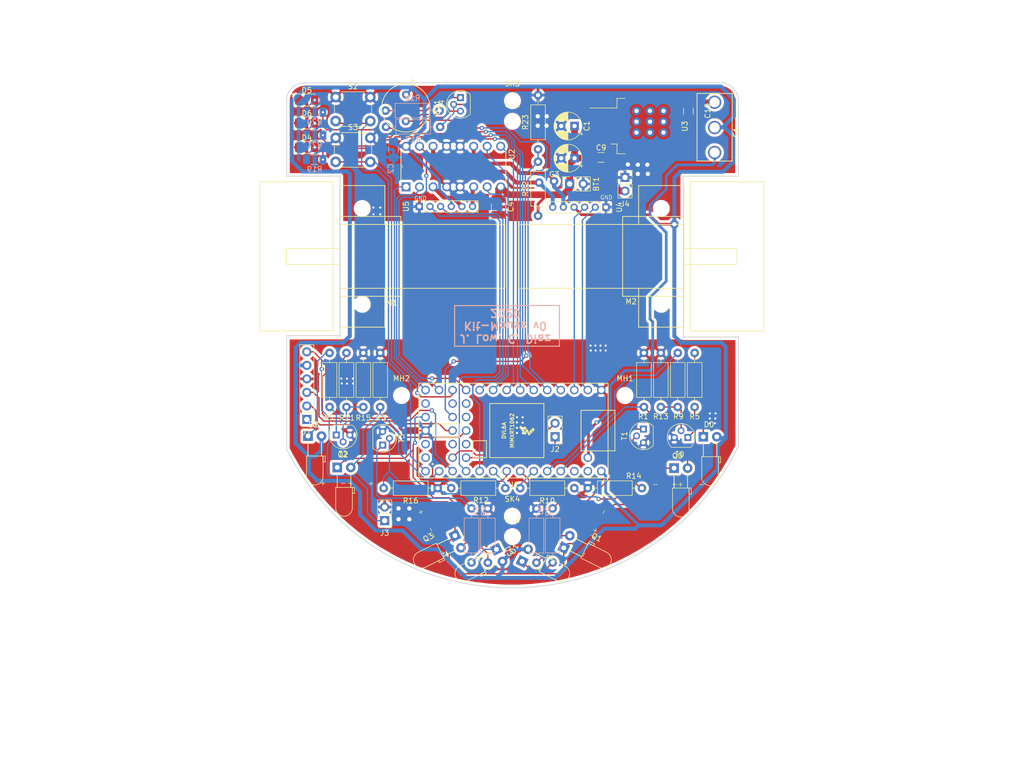
<source format=kicad_pcb>
(kicad_pcb (version 20171130) (host pcbnew "(5.1.7)-1")
  (layers (0 F.Cu signal) (31 B.Cu signal) (34 B.Paste user) (35 F.Paste user) (36 B.SilkS user) (37 F.SilkS user) (38 B.Mask user) (39 F.Mask user) (44 Edge.Cuts user))
  (net 0 "")
  (net 1 /vBatt)
  (net 2 /GND)
  (net 3 /3.3v)
  (net 4 /Reciever_0)
  (net 5 /Reciever_1)
  (net 6 /Reciever_2)
  (net 7 /Reciever_3)
  (net 8 /Emitter_0)
  (net 9 /Emitter_1)
  (net 10 /Emitter_3)
  (net 11 "Net-(U1-Pad18)")
  (net 12 "Net-(U1-Pad19)")
  (net 13 "Net-(U1-Pad15)")
  (net 14 /Emitter_2)
  (net 15 /M2_speed)
  (net 16 /M1_speed)
  (net 17 "Net-(U1-Pad31)")
  (net 18 "Net-(U1-Pad32)")
  (net 19 /5v)
  (net 20 /M1_forward)
  (net 21 /OUT1)
  (net 22 /OUT2)
  (net 23 /M1_backward)
  (net 24 /M2_forward)
  (net 25 /OUT3)
  (net 26 /OUT4)
  (net 27 /M2_backward)
  (net 28 /M2_encoder_B)
  (net 29 /M2_encoder_A)
  (net 30 /M1_encoder_A)
  (net 31 /M1_encoder_B)
  (net 32 /PUSH_SW)
  (net 33 "Net-(D0-Pad1)")
  (net 34 "Net-(D1-Pad1)")
  (net 35 "Net-(D2-Pad1)")
  (net 36 "Net-(D3-Pad1)")
  (net 37 "Net-(R5-Pad2)")
  (net 38 "Net-(R6-Pad2)")
  (net 39 "Net-(R7-Pad2)")
  (net 40 "Net-(R8-Pad2)")
  (net 41 "Net-(R13-Pad2)")
  (net 42 "Net-(R10-Pad1)")
  (net 43 "Net-(R11-Pad1)")
  (net 44 "Net-(R12-Pad1)")
  (net 45 "Net-(C10-Pad1)")
  (net 46 /VUSB)
  (net 47 /Buzzer)
  (net 48 /LED_1)
  (net 49 "Net-(D4-Pad2)")
  (net 50 "Net-(D5-Pad2)")
  (net 51 /LED_2)
  (net 52 /LED_3)
  (net 53 "Net-(D6-Pad2)")
  (net 54 "Net-(J1-Pad1)")
  (net 55 /HC05_RX)
  (net 56 /HC05_TX)
  (net 57 /SDA2)
  (net 58 /SCL2)
  (net 59 "Net-(U1-Pad37)")
  (net 60 "Net-(U1-Pad38)")
  (net 61 "Net-(U1-Pad42)")
  (net 62 "Net-(U1-Pad43)")
  (net 63 "Net-(U1-Pad44)")
  (net 64 "Net-(BZ1-Pad2)")
  (net 65 "Net-(R17-Pad1)")
  (net 66 "Net-(R18-Pad2)")
  (net 67 /V_METER)
  (net 68 /HC05_KEY)
  (net 69 /PUSH_SW2)
  (module Capacitor_SMD:C_1206_3216Metric_Pad1.42x1.75mm_HandSolder (layer B.Cu) (at 137.7569 67.1957 270)
    (fp_text reference C2 (at 3.5925 0.508 270) (layer B.SilkS) (effects (justify mirror)))
    (fp_text value 0.1uF)
    (pad 1 smd roundrect (at -1.4875 0 270) (size 1.425 1.75) (layers B.Cu B.Paste B.Mask) (roundrect_rratio 0.175439) (net 19 /5v))
    (pad 2 smd roundrect (at 1.4875 0 270) (size 1.425 1.75) (layers B.Cu B.Paste B.Mask) (roundrect_rratio 0.175439) (net 2 /GND))
  )
  (module Capacitor_SMD:C_1210_3225Metric_Pad1.42x2.65mm_HandSolder (layer F.Cu) (at 157.48 77.978 270)
    (fp_text reference C4 (at 0 -2.28 270) (layer F.SilkS))
    (fp_text value 1uF)
    (pad 1 smd roundrect (at -1.4875 0 270) (size 1.425 2.65) (layers F.Cu F.Paste F.Mask) (roundrect_rratio 0.175439) (net 1 /vBatt))
    (pad 2 smd roundrect (at 1.4875 0 270) (size 1.425 2.65) (layers F.Cu F.Paste F.Mask) (roundrect_rratio 0.175439) (net 2 /GND))
  )
  (module Capacitor_THT:CP_Radial_D5.0mm_P2.50mm (layer F.Cu) (at 171.7548 62.7888 180)
    (fp_text reference C1 (at -2.286 0 270) (layer F.SilkS))
    (fp_text value 100uF)
    (pad 2 thru_hole circle (at 2.5 0 180) (size 1.6 1.6) (drill 0.8) (layers *.Cu *.Mask) (net 2 /GND))
    (pad 1 thru_hole rect (at 0 0 180) (size 1.6 1.6) (drill 0.8) (layers *.Cu *.Mask) (net 1 /vBatt))
  )
  (module Capacitor_THT:CP_Radial_D5.0mm_P2.50mm (layer F.Cu) (at 171.7548 68.834 180)
    (fp_text reference C3 (at 3.81 -3.048) (layer F.SilkS))
    (fp_text value 100uF)
    (pad 1 thru_hole rect (at 0 0 180) (size 1.6 1.6) (drill 0.8) (layers *.Cu *.Mask) (net 1 /vBatt))
    (pad 2 thru_hole circle (at 2.5 0 180) (size 1.6 1.6) (drill 0.8) (layers *.Cu *.Mask) (net 2 /GND))
  )
  (module "misc:TN0104(TO-92)v2" (layer F.Cu) (at 190.5 121.285)
    (fp_text reference T0 (at 1.016 3.175) (layer F.SilkS))
    (fp_text value Q_NMOS_DGS)
    (pad 3 thru_hole circle (at 0 0 90) (size 1.3 1.3) (drill 0.75) (layers *.Cu *.Mask) (net 2 /GND))
    (pad 1 thru_hole rect (at 2.54 0 90) (size 1.3 1.3) (drill 0.75) (layers *.Cu *.Mask) (net 37 "Net-(R5-Pad2)"))
    (pad 2 thru_hole circle (at 1.27 -1.27 90) (size 1.3 1.3) (drill 0.75) (layers *.Cu *.Mask) (net 41 "Net-(R13-Pad2)"))
  )
  (module "misc:TN0104(TO-92)v2" (layer F.Cu) (at 184.68594 122.26036 90)
    (fp_text reference T1 (at 1.27 -3.56 90) (layer F.SilkS))
    (fp_text value Q_NMOS_DGS)
    (pad 2 thru_hole circle (at 1.27 -1.27 180) (size 1.3 1.3) (drill 0.75) (layers *.Cu *.Mask) (net 42 "Net-(R10-Pad1)"))
    (pad 1 thru_hole rect (at 2.54 0 180) (size 1.3 1.3) (drill 0.75) (layers *.Cu *.Mask) (net 38 "Net-(R6-Pad2)"))
    (pad 3 thru_hole circle (at 0 0 180) (size 1.3 1.3) (drill 0.75) (layers *.Cu *.Mask) (net 2 /GND))
  )
  (module "misc:TN0104(TO-92)v2" (layer F.Cu) (at 129.54 120.8405 180)
    (fp_text reference T2 (at 1.27 -3.56 180) (layer F.SilkS))
    (fp_text value Q_NMOS_DGS)
    (pad 3 thru_hole circle (at 0 0 270) (size 1.3 1.3) (drill 0.75) (layers *.Cu *.Mask) (net 2 /GND))
    (pad 1 thru_hole rect (at 2.54 0 270) (size 1.3 1.3) (drill 0.75) (layers *.Cu *.Mask) (net 39 "Net-(R7-Pad2)"))
    (pad 2 thru_hole circle (at 1.27 -1.27 270) (size 1.3 1.3) (drill 0.75) (layers *.Cu *.Mask) (net 43 "Net-(R11-Pad1)"))
  )
  (module "misc:TN0104(TO-92)v2" (layer F.Cu) (at 135.7122 120.1928 270)
    (fp_text reference T3 (at 1.27 -3.56 270) (layer F.SilkS))
    (fp_text value Q_NMOS_DGS)
    (pad 2 thru_hole circle (at 1.27 -1.27) (size 1.3 1.3) (drill 0.75) (layers *.Cu *.Mask) (net 44 "Net-(R12-Pad1)"))
    (pad 1 thru_hole rect (at 2.54 0) (size 1.3 1.3) (drill 0.75) (layers *.Cu *.Mask) (net 40 "Net-(R8-Pad2)"))
    (pad 3 thru_hole circle (at 0 0) (size 1.3 1.3) (drill 0.75) (layers *.Cu *.Mask) (net 2 /GND))
  )
  (module misc:SWITCH_SLIDE_500SSP1S2M2QEA (layer F.Cu) (at 198.0692 58.3692 270)
    (fp_text reference S1 (at 5.588 -4.064 90) (layer F.SilkS))
    (fp_text value EG1218)
    (pad 1 thru_hole circle (at -0.05 0 270) (size 2.5 2.5) (drill 1.9) (layers *.Cu *.Mask) (net 45 "Net-(C10-Pad1)"))
    (pad 2 thru_hole circle (at 4.7 0 270) (size 2.5 2.5) (drill 1.9) (layers *.Cu *.Mask) (net 19 /5v))
    (pad 3 thru_hole circle (at 9.4 0 270) (size 2.5 2.5) (drill 1.9) (layers *.Cu *.Mask) (net 46 /VUSB))
  )
  (module Resistor_THT:R_Axial_DIN0207_L6.3mm_D2.5mm_P10.16mm_Horizontal (layer B.Cu) (at 146.4056 59.8932 180)
    (fp_text reference R18 (at 5.08 2.37) (layer B.SilkS) (effects (justify mirror)))
    (fp_text value R)
    (pad 1 thru_hole circle (at 0 0 180) (size 1.6 1.6) (drill 0.8) (layers *.Cu *.Mask) (net 64 "Net-(BZ1-Pad2)"))
    (pad 2 thru_hole oval (at 10.16 0 180) (size 1.6 1.6) (drill 0.8) (layers *.Cu *.Mask) (net 66 "Net-(R18-Pad2)"))
  )
  (module "misc:9x5.5mm Buzzer" (layer F.Cu) (at 140.0556 59.3852 90)
    (fp_text reference BZ1 (at 0.1 5.842 90) (layer F.SilkS))
    (fp_text value Buzzer)
    (fp_text user - (at -5.08 1.27 90) (layer F.SilkS))
    (fp_text user + (at 5.08 1.27 90) (layer F.SilkS))
    (pad 2 thru_hole circle (at -2.5 0 90) (size 1.524 1.524) (drill 0.762) (layers *.Cu *.Mask) (net 64 "Net-(BZ1-Pad2)"))
    (pad 1 thru_hole circle (at 2.5 0.05 90) (size 1.524 1.524) (drill 0.762) (layers *.Cu *.Mask) (net 19 /5v))
  )
  (module Capacitor_SMD:C_1206_3216Metric_Pad1.42x1.75mm_HandSolder (layer F.Cu) (at 176.7332 68.6816)
    (fp_text reference C9 (at 0 -1.82) (layer F.SilkS))
    (fp_text value 10uF)
    (pad 1 smd roundrect (at -1.4875 0) (size 1.425 1.75) (layers F.Cu F.Paste F.Mask) (roundrect_rratio 0.175439) (net 1 /vBatt))
    (pad 2 smd roundrect (at 1.4875 0) (size 1.425 1.75) (layers F.Cu F.Paste F.Mask) (roundrect_rratio 0.175439) (net 2 /GND))
  )
  (module Button_Switch_THT:SW_PUSH_6mm (layer F.Cu) (at 126.8857 57.3532)
    (fp_text reference S2 (at 3.25 -2) (layer F.SilkS))
    (fp_text value GPTS203211B)
    (pad 2 thru_hole circle (at 0 4.5 90) (size 2 2) (drill 1.1) (layers *.Cu *.Mask) (net 32 /PUSH_SW))
    (pad 1 thru_hole circle (at 0 0 90) (size 2 2) (drill 1.1) (layers *.Cu *.Mask) (net 2 /GND))
    (pad 2 thru_hole circle (at 6.5 4.5 90) (size 2 2) (drill 1.1) (layers *.Cu *.Mask) (net 32 /PUSH_SW))
    (pad 1 thru_hole circle (at 6.5 0 90) (size 2 2) (drill 1.1) (layers *.Cu *.Mask) (net 2 /GND))
  )
  (module Package_TO_SOT_SMD:TO-263-3_TabPin2 (layer F.Cu) (at 182.6768 62.7888)
    (fp_text reference U3 (at 9.78662 0.04572 270) (layer F.SilkS))
    (fp_text value LM1085-5.0)
    (pad 1 smd rect (at -5.775 -2.54) (size 4.6 1.1) (layers F.Cu F.Paste F.Mask) (net 2 /GND))
    (pad 2 smd rect (at -5.775 0) (size 4.6 1.1) (layers F.Cu F.Paste F.Mask) (net 45 "Net-(C10-Pad1)"))
    (pad 3 smd rect (at -5.775 2.54) (size 4.6 1.1) (layers F.Cu F.Paste F.Mask) (net 1 /vBatt))
    (pad 2 smd rect (at 3.375 0) (size 9.4 10.8) (layers F.Cu F.Mask) (net 45 "Net-(C10-Pad1)"))
  )
  (module Resistor_THT:R_Axial_DIN0207_L6.3mm_D2.5mm_P10.16mm_Horizontal (layer F.Cu) (at 128.905 115.57 90)
    (fp_text reference R11 (at -2.032 0.127 180) (layer F.SilkS))
    (fp_text value 1k)
    (pad 1 thru_hole circle (at 0 0 90) (size 1.6 1.6) (drill 0.8) (layers *.Cu *.Mask) (net 43 "Net-(R11-Pad1)"))
    (pad 2 thru_hole oval (at 10.16 0 90) (size 1.6 1.6) (drill 0.8) (layers *.Cu *.Mask) (net 14 /Emitter_2))
  )
  (module Resistor_THT:R_Axial_DIN0207_L6.3mm_D2.5mm_P10.16mm_Horizontal (layer B.Cu) (at 155.4734 134.6454 270)
    (fp_text reference R4 (at 0.508 2.286 90) (layer B.SilkS) (effects (justify mirror)))
    (fp_text value 1.8k)
    (pad 2 thru_hole oval (at 10.16 0 270) (size 1.6 1.6) (drill 0.8) (layers *.Cu *.Mask) (net 7 /Reciever_3))
    (pad 1 thru_hole circle (at 0 0 270) (size 1.6 1.6) (drill 0.8) (layers *.Cu *.Mask) (net 2 /GND))
  )
  (module Resistor_THT:R_Axial_DIN0207_L6.3mm_D2.5mm_P10.16mm_Horizontal (layer F.Cu) (at 184.785 105.41 270)
    (fp_text reference R1 (at 11.938 0.127) (layer F.SilkS))
    (fp_text value 1.8k)
    (pad 1 thru_hole circle (at 0 0 270) (size 1.6 1.6) (drill 0.8) (layers *.Cu *.Mask) (net 2 /GND))
    (pad 2 thru_hole oval (at 10.16 0 270) (size 1.6 1.6) (drill 0.8) (layers *.Cu *.Mask) (net 4 /Reciever_0))
  )
  (module Resistor_THT:R_Axial_DIN0207_L6.3mm_D2.5mm_P10.16mm_Horizontal (layer F.Cu) (at 135.255 105.41 270)
    (fp_text reference R3 (at 12.192 -0.127) (layer F.SilkS))
    (fp_text value 1.8k)
    (pad 2 thru_hole oval (at 10.16 0 270) (size 1.6 1.6) (drill 0.8) (layers *.Cu *.Mask) (net 6 /Reciever_2))
    (pad 1 thru_hole circle (at 0 0 270) (size 1.6 1.6) (drill 0.8) (layers *.Cu *.Mask) (net 2 /GND))
  )
  (module Resistor_THT:R_Axial_DIN0207_L6.3mm_D2.5mm_P10.16mm_Horizontal (layer B.Cu) (at 136.3472 62.9412)
    (fp_text reference R17 (at 5.08 2.37) (layer B.SilkS) (effects (justify mirror)))
    (fp_text value 47k)
    (pad 1 thru_hole circle (at 0 0) (size 1.6 1.6) (drill 0.8) (layers *.Cu *.Mask) (net 65 "Net-(R17-Pad1)"))
    (pad 2 thru_hole oval (at 10.16 0) (size 1.6 1.6) (drill 0.8) (layers *.Cu *.Mask) (net 47 /Buzzer))
  )
  (module Resistor_THT:R_Axial_DIN0207_L6.3mm_D2.5mm_P10.16mm_Horizontal (layer F.Cu) (at 146.05 130.81 180)
    (fp_text reference R16 (at 5.08 -2.37 180) (layer F.SilkS))
    (fp_text value 47k)
    (pad 2 thru_hole oval (at 10.16 0 180) (size 1.6 1.6) (drill 0.8) (layers *.Cu *.Mask) (net 44 "Net-(R12-Pad1)"))
    (pad 1 thru_hole circle (at 0 0 180) (size 1.6 1.6) (drill 0.8) (layers *.Cu *.Mask) (net 2 /GND))
  )
  (module Resistor_THT:R_Axial_DIN0207_L6.3mm_D2.5mm_P10.16mm_Horizontal (layer B.Cu) (at 164.592 134.6454 270)
    (fp_text reference R2 (at 0.508 -2.286 90) (layer B.SilkS) (effects (justify mirror)))
    (fp_text value 1.8k)
    (pad 1 thru_hole circle (at 0 0 270) (size 1.6 1.6) (drill 0.8) (layers *.Cu *.Mask) (net 2 /GND))
    (pad 2 thru_hole oval (at 10.16 0 270) (size 1.6 1.6) (drill 0.8) (layers *.Cu *.Mask) (net 5 /Reciever_1))
  )
  (module Resistor_THT:R_Axial_DIN0207_L6.3mm_D2.5mm_P10.16mm_Horizontal (layer F.Cu) (at 132.08 105.41 270)
    (fp_text reference R15 (at 12.192 0) (layer F.SilkS))
    (fp_text value 47k)
    (pad 2 thru_hole oval (at 10.16 0 270) (size 1.6 1.6) (drill 0.8) (layers *.Cu *.Mask) (net 43 "Net-(R11-Pad1)"))
    (pad 1 thru_hole circle (at 0 0 270) (size 1.6 1.6) (drill 0.8) (layers *.Cu *.Mask) (net 2 /GND))
  )
  (module Resistor_THT:R_Axial_DIN0207_L6.3mm_D2.5mm_P10.16mm_Horizontal (layer F.Cu) (at 174.244 130.81)
    (fp_text reference R14 (at 8.636 -2.286) (layer F.SilkS))
    (fp_text value 47k)
    (pad 1 thru_hole circle (at 0 0) (size 1.6 1.6) (drill 0.8) (layers *.Cu *.Mask) (net 2 /GND))
    (pad 2 thru_hole oval (at 10.16 0) (size 1.6 1.6) (drill 0.8) (layers *.Cu *.Mask) (net 42 "Net-(R10-Pad1)"))
  )
  (module Resistor_THT:R_Axial_DIN0207_L6.3mm_D2.5mm_P10.16mm_Horizontal (layer F.Cu) (at 171.704 130.81 180)
    (fp_text reference R10 (at 5.08 -2.37 180) (layer F.SilkS))
    (fp_text value 1k)
    (pad 2 thru_hole oval (at 10.16 0 180) (size 1.6 1.6) (drill 0.8) (layers *.Cu *.Mask) (net 9 /Emitter_1))
    (pad 1 thru_hole circle (at 0 0 180) (size 1.6 1.6) (drill 0.8) (layers *.Cu *.Mask) (net 42 "Net-(R10-Pad1)"))
  )
  (module Resistor_THT:R_Axial_DIN0207_L6.3mm_D2.5mm_P10.16mm_Horizontal (layer F.Cu) (at 191.135 115.57 90)
    (fp_text reference R9 (at -1.778 0.127 180) (layer F.SilkS))
    (fp_text value 1k)
    (pad 1 thru_hole circle (at 0 0 90) (size 1.6 1.6) (drill 0.8) (layers *.Cu *.Mask) (net 41 "Net-(R13-Pad2)"))
    (pad 2 thru_hole oval (at 10.16 0 90) (size 1.6 1.6) (drill 0.8) (layers *.Cu *.Mask) (net 8 /Emitter_0))
  )
  (module Resistor_THT:R_Axial_DIN0207_L6.3mm_D2.5mm_P10.16mm_Horizontal (layer B.Cu) (at 152.4 144.78 90)
    (fp_text reference R8 (at 9.652 2.37 270) (layer B.SilkS) (effects (justify mirror)))
    (fp_text value 35)
    (pad 2 thru_hole oval (at 10.16 0 90) (size 1.6 1.6) (drill 0.8) (layers *.Cu *.Mask) (net 40 "Net-(R8-Pad2)"))
    (pad 1 thru_hole circle (at 0 0 90) (size 1.6 1.6) (drill 0.8) (layers *.Cu *.Mask) (net 36 "Net-(D3-Pad1)"))
  )
  (module Resistor_THT:R_Axial_DIN0207_L6.3mm_D2.5mm_P10.16mm_Horizontal (layer F.Cu) (at 125.73 105.41 270)
    (fp_text reference R7 (at 12.192 0) (layer F.SilkS))
    (fp_text value 35)
    (pad 1 thru_hole circle (at 0 0 270) (size 1.6 1.6) (drill 0.8) (layers *.Cu *.Mask) (net 35 "Net-(D2-Pad1)"))
    (pad 2 thru_hole oval (at 10.16 0 270) (size 1.6 1.6) (drill 0.8) (layers *.Cu *.Mask) (net 39 "Net-(R7-Pad2)"))
  )
  (module Resistor_THT:R_Axial_DIN0207_L6.3mm_D2.5mm_P10.16mm_Horizontal (layer B.Cu) (at 167.64 144.78 90)
    (fp_text reference R6 (at 9.906 -2.286 270) (layer B.SilkS) (effects (justify mirror)))
    (fp_text value 35)
    (pad 2 thru_hole oval (at 10.16 0 90) (size 1.6 1.6) (drill 0.8) (layers *.Cu *.Mask) (net 38 "Net-(R6-Pad2)"))
    (pad 1 thru_hole circle (at 0 0 90) (size 1.6 1.6) (drill 0.8) (layers *.Cu *.Mask) (net 34 "Net-(D1-Pad1)"))
  )
  (module Resistor_THT:R_Axial_DIN0207_L6.3mm_D2.5mm_P10.16mm_Horizontal (layer F.Cu) (at 194.31 105.41 270)
    (fp_text reference R5 (at 11.938 0 180) (layer F.SilkS))
    (fp_text value 35)
    (pad 1 thru_hole circle (at 0 0 270) (size 1.6 1.6) (drill 0.8) (layers *.Cu *.Mask) (net 33 "Net-(D0-Pad1)"))
    (pad 2 thru_hole oval (at 10.16 0 270) (size 1.6 1.6) (drill 0.8) (layers *.Cu *.Mask) (net 37 "Net-(R5-Pad2)"))
  )
  (module Resistor_THT:R_Axial_DIN0207_L6.3mm_D2.5mm_P10.16mm_Horizontal (layer F.Cu) (at 187.96 105.41 270)
    (fp_text reference R13 (at 11.938 0) (layer F.SilkS))
    (fp_text value 47k)
    (pad 2 thru_hole oval (at 10.16 0 270) (size 1.6 1.6) (drill 0.8) (layers *.Cu *.Mask) (net 41 "Net-(R13-Pad2)"))
    (pad 1 thru_hole circle (at 0 0 270) (size 1.6 1.6) (drill 0.8) (layers *.Cu *.Mask) (net 2 /GND))
  )
  (module Resistor_THT:R_Axial_DIN0207_L6.3mm_D2.5mm_P10.16mm_Horizontal (layer F.Cu) (at 148.59 130.81)
    (fp_text reference R12 (at 5.588 2.286) (layer F.SilkS))
    (fp_text value 1k)
    (pad 1 thru_hole circle (at 0 0) (size 1.6 1.6) (drill 0.8) (layers *.Cu *.Mask) (net 44 "Net-(R12-Pad1)"))
    (pad 2 thru_hole oval (at 10.16 0) (size 1.6 1.6) (drill 0.8) (layers *.Cu *.Mask) (net 10 /Emitter_3))
  )
  (module LED_THT:LED_D3.0mm_Horizontal_O3.81mm_Z2.0mm (layer F.Cu) (at 127.1778 126.9238)
    (fp_text reference Q2 (at 1.077471 -2.395605 180) (layer F.SilkS))
    (fp_text value Q_Photo_NPN)
    (pad 1 thru_hole rect (at 0 0) (size 1.8 1.8) (drill 0.9) (layers *.Cu *.Mask) (net 3 /3.3v))
    (pad 2 thru_hole circle (at 2.54 0) (size 1.8 1.8) (drill 0.9) (layers *.Cu *.Mask) (net 6 /Reciever_2))
  )
  (module LED_THT:LED_D3.0mm_Horizontal_O3.81mm_Z2.0mm (layer F.Cu) (at 195.9356 121.158)
    (fp_text reference D0 (at 1.07188 -2.286 180) (layer F.SilkS))
    (fp_text value SFH4545)
    (pad 2 thru_hole circle (at 2.54 0) (size 1.8 1.8) (drill 0.9) (layers *.Cu *.Mask) (net 19 /5v))
    (pad 1 thru_hole rect (at 0 0) (size 1.8 1.8) (drill 0.9) (layers *.Cu *.Mask) (net 33 "Net-(D0-Pad1)"))
  )
  (module LED_THT:LED_D3.0mm_Horizontal_O3.81mm_Z2.0mm (layer F.Cu) (at 169.7228 142.0114 63.5)
    (fp_text reference Q1 (at 4.502036 4.674892 153.5) (layer F.SilkS))
    (fp_text value Q_Photo_NPN)
    (pad 2 thru_hole circle (at 2.54 0 63.5) (size 1.8 1.8) (drill 0.9) (layers *.Cu *.Mask) (net 5 /Reciever_1))
    (pad 1 thru_hole rect (at 0 0 63.5) (size 1.8 1.8) (drill 0.9) (layers *.Cu *.Mask) (net 3 /3.3v))
  )
  (module Connector_PinSocket_2.54mm:PinSocket_1x02_P2.54mm_Vertical (layer F.Cu) (at 170.8404 73.66 90)
    (fp_text reference BT1 (at -0.04064 4.97586 270) (layer F.SilkS))
    (fp_text value Battery_Cell)
    (pad 1 thru_hole rect (at 0 0 90) (size 1.7 1.7) (drill 1) (layers *.Cu *.Mask) (net 1 /vBatt))
    (pad 2 thru_hole oval (at 0 2.54 90) (size 1.7 1.7) (drill 1) (layers *.Cu *.Mask) (net 2 /GND))
  )
  (module LED_THT:LED_D3.0mm_Horizontal_O3.81mm_Z2.0mm (layer F.Cu) (at 161.8996 144.5768 63.5)
    (fp_text reference D1 (at 1.479374 -2.355361 63.5) (layer F.SilkS))
    (fp_text value SFH4545)
    (pad 1 thru_hole rect (at 0 0 63.5) (size 1.8 1.8) (drill 0.9) (layers *.Cu *.Mask) (net 34 "Net-(D1-Pad1)"))
    (pad 2 thru_hole circle (at 2.54 0 63.5) (size 1.8 1.8) (drill 0.9) (layers *.Cu *.Mask) (net 19 /5v))
  )
  (module LED_THT:LED_D3.0mm_Horizontal_O3.81mm_Z2.0mm (layer F.Cu) (at 121.6787 121.031)
    (fp_text reference D2 (at 1.04902 -2.14884 180) (layer F.SilkS))
    (fp_text value SFH4545)
    (pad 2 thru_hole circle (at 2.54 0) (size 1.8 1.8) (drill 0.9) (layers *.Cu *.Mask) (net 19 /5v))
    (pad 1 thru_hole rect (at 0 0) (size 1.8 1.8) (drill 0.9) (layers *.Cu *.Mask) (net 35 "Net-(D2-Pad1)"))
  )
  (module LED_THT:LED_D3.0mm_Horizontal_O3.81mm_Z2.0mm (layer F.Cu) (at 157.083258 142.303667 296.5)
    (fp_text reference D3 (at 1.372312 -1.89855 296.5) (layer F.SilkS))
    (fp_text value SFH4545)
    (pad 1 thru_hole rect (at 0 0 296.5) (size 1.8 1.8) (drill 0.9) (layers *.Cu *.Mask) (net 36 "Net-(D3-Pad1)"))
    (pad 2 thru_hole circle (at 2.54 0 296.5) (size 1.8 1.8) (drill 0.9) (layers *.Cu *.Mask) (net 19 /5v))
  )
  (module LED_THT:LED_D3.0mm_Horizontal_O3.81mm_Z2.0mm (layer F.Cu) (at 190.4492 127.0508)
    (fp_text reference Q0 (at 0.630703 -2.301645 180) (layer F.SilkS))
    (fp_text value Q_Photo_NPN)
    (pad 1 thru_hole rect (at 0 0) (size 1.8 1.8) (drill 0.9) (layers *.Cu *.Mask) (net 3 /3.3v))
    (pad 2 thru_hole circle (at 2.54 0) (size 1.8 1.8) (drill 0.9) (layers *.Cu *.Mask) (net 4 /Reciever_0))
  )
  (module LED_THT:LED_D3.0mm_Horizontal_O3.81mm_Z2.0mm (layer F.Cu) (at 149.285458 139.738267 296.5)
    (fp_text reference Q3 (at -1.916645 4.635083 26.5) (layer F.SilkS))
    (fp_text value Q_Photo_NPN)
    (pad 2 thru_hole circle (at 2.54 0 296.5) (size 1.8 1.8) (drill 0.9) (layers *.Cu *.Mask) (net 7 /Reciever_3))
    (pad 1 thru_hole rect (at 0 0 296.5) (size 1.8 1.8) (drill 0.9) (layers *.Cu *.Mask) (net 3 /3.3v))
  )
  (module SN754410NE.kicad_mod:DIP254P762X508-16 (layer F.Cu) (at 157.87878 66.59372 90)
    (fp_text reference U2 (at -1.47828 2.10566 90) (layer F.SilkS))
    (fp_text value "SN754410NE (Half-Bridge)" hide)
    (pad 1 thru_hole rect (at -7.62 -17.78 90) (size 1.6764 1.6764) (drill 1.1176) (layers *.Cu *.Mask) (net 16 /M1_speed))
    (pad 2 thru_hole circle (at -7.62 -15.24 90) (size 1.6764 1.6764) (drill 1.1176) (layers *.Cu *.Mask) (net 20 /M1_forward))
    (pad 3 thru_hole circle (at -7.62 -12.7 90) (size 1.6764 1.6764) (drill 1.1176) (layers *.Cu *.Mask) (net 21 /OUT1))
    (pad 4 thru_hole circle (at -7.62 -10.16 90) (size 1.6764 1.6764) (drill 1.1176) (layers *.Cu *.Mask) (net 2 /GND))
    (pad 5 thru_hole circle (at -7.62 -7.62 90) (size 1.6764 1.6764) (drill 1.1176) (layers *.Cu *.Mask) (net 2 /GND))
    (pad 6 thru_hole circle (at -7.62 -5.08 90) (size 1.6764 1.6764) (drill 1.1176) (layers *.Cu *.Mask) (net 22 /OUT2))
    (pad 7 thru_hole circle (at -7.62 -2.54 90) (size 1.6764 1.6764) (drill 1.1176) (layers *.Cu *.Mask) (net 23 /M1_backward))
    (pad 8 thru_hole circle (at -7.62 0 90) (size 1.6764 1.6764) (drill 1.1176) (layers *.Cu *.Mask) (net 1 /vBatt))
    (pad 9 thru_hole circle (at 0 0 90) (size 1.6764 1.6764) (drill 1.1176) (layers *.Cu *.Mask) (net 15 /M2_speed))
    (pad 10 thru_hole circle (at 0 -2.54 90) (size 1.6764 1.6764) (drill 1.1176) (layers *.Cu *.Mask) (net 24 /M2_forward))
    (pad 11 thru_hole circle (at 0 -5.08 90) (size 1.6764 1.6764) (drill 1.1176) (layers *.Cu *.Mask) (net 25 /OUT3))
    (pad 12 thru_hole circle (at 0 -7.62 90) (size 1.6764 1.6764) (drill 1.1176) (layers *.Cu *.Mask) (net 2 /GND))
    (pad 13 thru_hole circle (at 0 -10.16 90) (size 1.6764 1.6764) (drill 1.1176) (layers *.Cu *.Mask) (net 2 /GND))
    (pad 14 thru_hole circle (at 0 -12.7 90) (size 1.6764 1.6764) (drill 1.1176) (layers *.Cu *.Mask) (net 26 /OUT4))
    (pad 15 thru_hole circle (at 0 -15.24 90) (size 1.6764 1.6764) (drill 1.1176) (layers *.Cu *.Mask) (net 27 /M2_backward))
    (pad 16 thru_hole circle (at 0 -17.78 90) (size 1.6764 1.6764) (drill 1.1176) (layers *.Cu *.Mask) (net 19 /5v))
  )
  (module misc:Motor_mouse (layer F.Cu) (at 158.623 87.2744)
    (fp_text reference M1 (at -21.209 8.7376) (layer F.SilkS))
    (fp_text value Motor_DC)
    (pad "" np_thru_hole circle (at -26.75 9) (size 2.1844 2.1844) (drill 2.1844) (layers *.Cu *.Mask))
    (pad "" np_thru_hole circle (at -26.75 -9) (size 2.1844 2.1844) (drill 2.1844) (layers *.Cu *.Mask))
  )
  (module misc:Motor_mouse (layer F.Cu) (at 161.29 87.2744 180)
    (fp_text reference M2 (at -21.082 -8.4836 180) (layer F.SilkS))
    (fp_text value Motor_DC)
    (pad "" np_thru_hole circle (at -26.75 9 180) (size 2.1844 2.1844) (drill 2.1844) (layers *.Cu *.Mask))
    (pad "" np_thru_hole circle (at -26.75 -9 180) (size 2.1844 2.1844) (drill 2.1844) (layers *.Cu *.Mask))
  )
  (module Connector_PinSocket_2.54mm:PinSocket_1x02_P2.54mm_Vertical (layer F.Cu) (at 181.229 72.4535)
    (fp_text reference J4 (at 0.01524 4.99872 180) (layer F.SilkS))
    (fp_text value I2C_Conn)
    (pad 1 thru_hole rect (at 0 0) (size 1.7 1.7) (drill 1) (layers *.Cu *.Mask) (net 2 /GND))
    (pad 2 thru_hole oval (at 0 2.54) (size 1.7 1.7) (drill 1) (layers *.Cu *.Mask) (net 1 /vBatt))
  )
  (module Connector_PinSocket_2.00mm:PinSocket_1x06_P2.00mm_Vertical (layer F.Cu) (at 177.65524 78.03896 270)
    (fp_text reference U4 (at 0 -2.5 270) (layer F.SilkS))
    (fp_text value Encoder_3081)
    (pad 6 thru_hole oval (at 0 10 270) (size 1.35 1.35) (drill 0.8) (layers *.Cu *.Mask) (net 26 /OUT4))
    (pad 5 thru_hole oval (at 0 8 270) (size 1.35 1.35) (drill 0.8) (layers *.Cu *.Mask) (net 25 /OUT3))
    (pad 4 thru_hole oval (at 0 6 270) (size 1.35 1.35) (drill 0.8) (layers *.Cu *.Mask) (net 19 /5v))
    (pad 3 thru_hole oval (at 0 4 270) (size 1.35 1.35) (drill 0.8) (layers *.Cu *.Mask) (net 29 /M2_encoder_A))
    (pad 2 thru_hole oval (at 0 2 270) (size 1.35 1.35) (drill 0.8) (layers *.Cu *.Mask) (net 28 /M2_encoder_B))
    (pad 1 thru_hole rect (at 0 0 270) (size 1.35 1.35) (drill 0.8) (layers *.Cu *.Mask) (net 2 /GND))
  )
  (module Connector_PinSocket_2.00mm:PinSocket_1x06_P2.00mm_Vertical (layer F.Cu) (at 142.5956 77.9018 90)
    (fp_text reference U5 (at 0 -2.5 90) (layer F.SilkS))
    (fp_text value Encoder_3081)
    (pad 1 thru_hole rect (at 0 0 90) (size 1.35 1.35) (drill 0.8) (layers *.Cu *.Mask) (net 2 /GND))
    (pad 2 thru_hole oval (at 0 2 90) (size 1.35 1.35) (drill 0.8) (layers *.Cu *.Mask) (net 31 /M1_encoder_B))
    (pad 3 thru_hole oval (at 0 4 90) (size 1.35 1.35) (drill 0.8) (layers *.Cu *.Mask) (net 30 /M1_encoder_A))
    (pad 4 thru_hole oval (at 0 6 90) (size 1.35 1.35) (drill 0.8) (layers *.Cu *.Mask) (net 19 /5v))
    (pad 5 thru_hole oval (at 0 8 90) (size 1.35 1.35) (drill 0.8) (layers *.Cu *.Mask) (net 21 /OUT1))
    (pad 6 thru_hole oval (at 0 10 90) (size 1.35 1.35) (drill 0.8) (layers *.Cu *.Mask) (net 22 /OUT2))
  )
  (module Capacitor_SMD:C_1206_3216Metric_Pad1.42x1.75mm_HandSolder (layer F.Cu) (at 193.1416 59.9948 270)
    (fp_text reference C10 (at -0.05174 -3.62458 90) (layer F.SilkS))
    (fp_text value "10uF(Tantalum)")
    (pad 1 smd roundrect (at -1.4875 0 270) (size 1.425 1.75) (layers F.Cu F.Paste F.Mask) (roundrect_rratio 0.175439) (net 45 "Net-(C10-Pad1)"))
    (pad 2 smd roundrect (at 1.4875 0 270) (size 1.425 1.75) (layers F.Cu F.Paste F.Mask) (roundrect_rratio 0.175439) (net 2 /GND))
  )
  (module Connector_PinHeader_2.54mm:PinHeader_1x06_P2.54mm_Vertical (layer F.Cu) (at 121.4628 117.9068 180)
    (fp_text reference J1 (at 0 -2.33) (layer F.SilkS))
    (fp_text value Conn_01x06_Female)
    (pad 1 thru_hole rect (at 0 0 180) (size 1.7 1.7) (drill 1) (layers *.Cu *.Mask) (net 54 "Net-(J1-Pad1)"))
    (pad 2 thru_hole oval (at 0 2.54 180) (size 1.7 1.7) (drill 1) (layers *.Cu *.Mask) (net 55 /HC05_RX))
    (pad 3 thru_hole oval (at 0 5.08 180) (size 1.7 1.7) (drill 1) (layers *.Cu *.Mask) (net 56 /HC05_TX))
    (pad 4 thru_hole oval (at 0 7.62 180) (size 1.7 1.7) (drill 1) (layers *.Cu *.Mask) (net 2 /GND))
    (pad 5 thru_hole oval (at 0 10.16 180) (size 1.7 1.7) (drill 1) (layers *.Cu *.Mask) (net 19 /5v))
    (pad 6 thru_hole oval (at 0 12.7 180) (size 1.7 1.7) (drill 1) (layers *.Cu *.Mask) (net 68 /HC05_KEY))
  )
  (module teensy:Teensy40 (layer F.Cu) (at 160.274 120 180)
    (fp_text reference U1 (at 0 -10.16) (layer F.SilkS))
    (fp_text value Teensy4.0)
    (fp_text user MIMXRT1062 (at 0.254 0 90) (layer F.SilkS) (effects (font (size 0.7 0.7))))
    (fp_text user DVL6A (at 1.778 0 90) (layer F.SilkS) (effects (font (size 0.7 0.7))))
    (pad 17 thru_hole circle (at 16.51 0 180) (size 1.6 1.6) (drill 1.1) (layers *.Cu *.Mask) (net 2 /GND))
    (pad 18 thru_hole circle (at 16.51 -2.54 180) (size 1.6 1.6) (drill 1.1) (layers *.Cu *.Mask) (net 11 "Net-(U1-Pad18)"))
    (pad 19 thru_hole circle (at 16.51 -5.08 180) (size 1.6 1.6) (drill 1.1) (layers *.Cu *.Mask) (net 12 "Net-(U1-Pad19)"))
    (pad 20 thru_hole circle (at 16.51 -7.62 180) (size 1.6 1.6) (drill 1.1) (layers *.Cu *.Mask) (net 32 /PUSH_SW))
    (pad 16 thru_hole circle (at 16.51 2.54 180) (size 1.6 1.6) (drill 1.1) (layers *.Cu *.Mask) (net 3 /3.3v))
    (pad 15 thru_hole circle (at 16.51 5.08 180) (size 1.6 1.6) (drill 1.1) (layers *.Cu *.Mask) (net 13 "Net-(U1-Pad15)"))
    (pad 14 thru_hole circle (at 16.51 7.62 180) (size 1.6 1.6) (drill 1.1) (layers *.Cu *.Mask) (net 16 /M1_speed))
    (pad 21 thru_hole circle (at 13.97 -7.62 180) (size 1.6 1.6) (drill 1.1) (layers *.Cu *.Mask) (net 6 /Reciever_2))
    (pad 22 thru_hole circle (at 11.43 -7.62 180) (size 1.6 1.6) (drill 1.1) (layers *.Cu *.Mask) (net 14 /Emitter_2))
    (pad 23 thru_hole circle (at 8.89 -7.62 180) (size 1.6 1.6) (drill 1.1) (layers *.Cu *.Mask) (net 31 /M1_encoder_B))
    (pad 24 thru_hole circle (at 6.35 -7.62 180) (size 1.6 1.6) (drill 1.1) (layers *.Cu *.Mask) (net 30 /M1_encoder_A))
    (pad 25 thru_hole circle (at 3.81 -7.62 180) (size 1.6 1.6) (drill 1.1) (layers *.Cu *.Mask) (net 10 /Emitter_3))
    (pad 26 thru_hole circle (at 1.27 -7.62 180) (size 1.6 1.6) (drill 1.1) (layers *.Cu *.Mask) (net 7 /Reciever_3))
    (pad 27 thru_hole circle (at -1.27 -7.62 180) (size 1.6 1.6) (drill 1.1) (layers *.Cu *.Mask) (net 5 /Reciever_1))
    (pad 28 thru_hole circle (at -3.81 -7.62 180) (size 1.6 1.6) (drill 1.1) (layers *.Cu *.Mask) (net 9 /Emitter_1))
    (pad 29 thru_hole circle (at -6.35 -7.62 180) (size 1.6 1.6) (drill 1.1) (layers *.Cu *.Mask) (net 8 /Emitter_0))
    (pad 30 thru_hole circle (at -8.89 -7.62 180) (size 1.6 1.6) (drill 1.1) (layers *.Cu *.Mask) (net 4 /Reciever_0))
    (pad 31 thru_hole circle (at -11.43 -7.62 180) (size 1.6 1.6) (drill 1.1) (layers *.Cu *.Mask) (net 17 "Net-(U1-Pad31)"))
    (pad 32 thru_hole circle (at -13.97 -7.62 180) (size 1.6 1.6) (drill 1.1) (layers *.Cu *.Mask) (net 18 "Net-(U1-Pad32)"))
    (pad 33 thru_hole circle (at -16.51 -7.62 180) (size 1.6 1.6) (drill 1.1) (layers *.Cu *.Mask) (net 19 /5v))
    (pad 34 thru_hole circle (at -13.97 -5.08 180) (size 1.6 1.6) (drill 1.1) (layers *.Cu *.Mask) (net 46 /VUSB))
    (pad 13 thru_hole circle (at 13.97 7.62 180) (size 1.6 1.6) (drill 1.1) (layers *.Cu *.Mask) (net 20 /M1_forward))
    (pad 12 thru_hole circle (at 11.43 7.62 180) (size 1.6 1.6) (drill 1.1) (layers *.Cu *.Mask) (net 69 /PUSH_SW2))
    (pad 11 thru_hole circle (at 8.89 7.62 180) (size 1.6 1.6) (drill 1.1) (layers *.Cu *.Mask) (net 27 /M2_backward))
    (pad 10 thru_hole circle (at 6.35 7.62 180) (size 1.6 1.6) (drill 1.1) (layers *.Cu *.Mask) (net 23 /M1_backward))
    (pad 9 thru_hole circle (at 3.81 7.62 180) (size 1.6 1.6) (drill 1.1) (layers *.Cu *.Mask) (net 24 /M2_forward))
    (pad 8 thru_hole circle (at 1.27 7.62 180) (size 1.6 1.6) (drill 1.1) (layers *.Cu *.Mask) (net 15 /M2_speed))
    (pad 7 thru_hole circle (at -1.27 7.62 180) (size 1.6 1.6) (drill 1.1) (layers *.Cu *.Mask) (net 48 /LED_1))
    (pad 6 thru_hole circle (at -3.81 7.62 180) (size 1.6 1.6) (drill 1.1) (layers *.Cu *.Mask) (net 52 /LED_3))
    (pad 5 thru_hole circle (at -6.35 7.62 180) (size 1.6 1.6) (drill 1.1) (layers *.Cu *.Mask) (net 51 /LED_2))
    (pad 4 thru_hole circle (at -8.89 7.62 180) (size 1.6 1.6) (drill 1.1) (layers *.Cu *.Mask) (net 47 /Buzzer))
    (pad 3 thru_hole circle (at -11.43 7.62 180) (size 1.6 1.6) (drill 1.1) (layers *.Cu *.Mask) (net 29 /M2_encoder_A))
    (pad 2 thru_hole circle (at -13.97 7.62 180) (size 1.6 1.6) (drill 1.1) (layers *.Cu *.Mask) (net 28 /M2_encoder_B))
    (pad 1 thru_hole circle (at -16.51 7.62 180) (size 1.6 1.6) (drill 1.1) (layers *.Cu *.Mask) (net 2 /GND))
    (pad 35 thru_hole circle (at 11.43 -5.08 180) (size 1.6 1.6) (drill 1.1) (layers *.Cu *.Mask) (net 58 /SCL2))
    (pad 36 thru_hole circle (at 8.89 -5.08 180) (size 1.6 1.6) (drill 1.1) (layers *.Cu *.Mask) (net 57 /SDA2))
    (pad 37 thru_hole circle (at 11.43 -2.54 180) (size 1.6 1.6) (drill 1.1) (layers *.Cu *.Mask) (net 59 "Net-(U1-Pad37)"))
    (pad 38 thru_hole circle (at 8.89 -2.54 180) (size 1.6 1.6) (drill 1.1) (layers *.Cu *.Mask) (net 60 "Net-(U1-Pad38)"))
    (pad 39 thru_hole circle (at 11.43 0 180) (size 1.6 1.6) (drill 1.1) (layers *.Cu *.Mask) (net 56 /HC05_TX))
    (pad 40 thru_hole circle (at 8.89 0 180) (size 1.6 1.6) (drill 1.1) (layers *.Cu *.Mask) (net 55 /HC05_RX))
    (pad 41 thru_hole circle (at 11.43 2.54 180) (size 1.6 1.6) (drill 1.1) (layers *.Cu *.Mask) (net 67 /V_METER))
    (pad 42 thru_hole circle (at 8.89 2.54 180) (size 1.6 1.6) (drill 1.1) (layers *.Cu *.Mask) (net 61 "Net-(U1-Pad42)"))
    (pad 43 thru_hole circle (at 11.43 5.08 180) (size 1.6 1.6) (drill 1.1) (layers *.Cu *.Mask) (net 62 "Net-(U1-Pad43)"))
    (pad 44 thru_hole circle (at 8.89 5.08 180) (size 1.6 1.6) (drill 1.1) (layers *.Cu *.Mask) (net 63 "Net-(U1-Pad44)"))
  )
  (module Connector_PinHeader_2.54mm:PinHeader_1x02_P2.54mm_Vertical (layer F.Cu) (at 168.0972 121.158 180)
    (fp_text reference J2 (at 0 -2.33) (layer F.SilkS))
    (fp_text value Conn_01x02_Female)
    (pad 1 thru_hole rect (at 0 0 180) (size 1.7 1.7) (drill 1) (layers *.Cu *.Mask) (net 57 /SDA2))
    (pad 2 thru_hole oval (at 0 2.54 180) (size 1.7 1.7) (drill 1) (layers *.Cu *.Mask) (net 58 /SCL2))
  )
  (module LED_SMD:LED_1206_3216Metric_Pad1.42x1.75mm_HandSolder (layer F.Cu) (at 121.4485 66.802)
    (fp_text reference D4 (at 0 -1.82) (layer F.SilkS))
    (fp_text value LED)
    (pad 2 smd roundrect (at 1.4875 0) (size 1.425 1.75) (layers F.Cu F.Paste F.Mask) (roundrect_rratio 0.175439) (net 49 "Net-(D4-Pad2)"))
    (pad 1 smd roundrect (at -1.4875 0) (size 1.425 1.75) (layers F.Cu F.Paste F.Mask) (roundrect_rratio 0.175439) (net 2 /GND))
  )
  (module LED_SMD:LED_1206_3216Metric_Pad1.42x1.75mm_HandSolder (layer F.Cu) (at 121.4485 57.912)
    (fp_text reference D5 (at 0 -1.82) (layer F.SilkS))
    (fp_text value LED)
    (pad 1 smd roundrect (at -1.4875 0) (size 1.425 1.75) (layers F.Cu F.Paste F.Mask) (roundrect_rratio 0.175439) (net 2 /GND))
    (pad 2 smd roundrect (at 1.4875 0) (size 1.425 1.75) (layers F.Cu F.Paste F.Mask) (roundrect_rratio 0.175439) (net 50 "Net-(D5-Pad2)"))
  )
  (module LED_SMD:LED_1206_3216Metric_Pad1.42x1.75mm_HandSolder (layer F.Cu) (at 121.4485 62.23)
    (fp_text reference D6 (at 0 -1.82) (layer F.SilkS))
    (fp_text value LED)
    (pad 1 smd roundrect (at -1.4875 0) (size 1.425 1.75) (layers F.Cu F.Paste F.Mask) (roundrect_rratio 0.175439) (net 2 /GND))
    (pad 2 smd roundrect (at 1.4875 0) (size 1.425 1.75) (layers F.Cu F.Paste F.Mask) (roundrect_rratio 0.175439) (net 53 "Net-(D6-Pad2)"))
  )
  (module MountingHole:MountingHole_2.2mm_M2 (layer F.Cu) (at 181.229 113.411)
    (fp_text reference MH1 (at 0 -3.2) (layer F.SilkS))
    (fp_text value M3)
    (pad 1 np_thru_hole circle (at 0 0) (size 2.2 2.2) (drill 2.2) (layers *.Cu *.Mask))
  )
  (module MountingHole:MountingHole_2.2mm_M2 (layer F.Cu) (at 139.2555 113.411)
    (fp_text reference MH2 (at 0 -3.2) (layer F.SilkS))
    (fp_text value M3)
    (pad 1 np_thru_hole circle (at 0 0) (size 2.2 2.2) (drill 2.2) (layers *.Cu *.Mask))
  )
  (module Resistor_SMD:R_1206_3216Metric_Pad1.30x1.75mm_HandSolder (layer B.Cu) (at 122.936 69.088)
    (fp_text reference R19 (at 0 1.82) (layer B.SilkS) (effects (justify mirror)))
    (fp_text value R)
    (pad 1 smd roundrect (at -1.55 0) (size 1.3 1.75) (layers B.Cu B.Paste B.Mask) (roundrect_rratio 0.192308) (net 49 "Net-(D4-Pad2)"))
    (pad 2 smd roundrect (at 1.55 0) (size 1.3 1.75) (layers B.Cu B.Paste B.Mask) (roundrect_rratio 0.192308) (net 48 /LED_1))
  )
  (module Resistor_SMD:R_1206_3216Metric_Pad1.30x1.75mm_HandSolder (layer B.Cu) (at 122.936 60.198)
    (fp_text reference R20 (at 0 1.82) (layer B.SilkS) (effects (justify mirror)))
    (fp_text value R)
    (pad 2 smd roundrect (at 1.55 0) (size 1.3 1.75) (layers B.Cu B.Paste B.Mask) (roundrect_rratio 0.192308) (net 51 /LED_2))
    (pad 1 smd roundrect (at -1.55 0) (size 1.3 1.75) (layers B.Cu B.Paste B.Mask) (roundrect_rratio 0.192308) (net 50 "Net-(D5-Pad2)"))
  )
  (module Resistor_SMD:R_1206_3216Metric_Pad1.30x1.75mm_HandSolder (layer B.Cu) (at 122.936 64.516)
    (fp_text reference R21 (at 0 1.82) (layer B.SilkS) (effects (justify mirror)))
    (fp_text value R)
    (pad 1 smd roundrect (at -1.55 0) (size 1.3 1.75) (layers B.Cu B.Paste B.Mask) (roundrect_rratio 0.192308) (net 53 "Net-(D6-Pad2)"))
    (pad 2 smd roundrect (at 1.55 0) (size 1.3 1.75) (layers B.Cu B.Paste B.Mask) (roundrect_rratio 0.192308) (net 52 /LED_3))
  )
  (module Resistor_THT:R_Axial_DIN0207_L6.3mm_D2.5mm_P10.16mm_Horizontal (layer F.Cu) (at 164.8968 79.6544 90)
    (fp_text reference R22 (at 5.08 -2.37 90) (layer F.SilkS))
    (fp_text value R)
    (pad 2 thru_hole oval (at 10.16 0 90) (size 1.6 1.6) (drill 0.8) (layers *.Cu *.Mask) (net 67 /V_METER))
    (pad 1 thru_hole circle (at 0 0 90) (size 1.6 1.6) (drill 0.8) (layers *.Cu *.Mask) (net 1 /vBatt))
  )
  (module Resistor_THT:R_Axial_DIN0207_L6.3mm_D2.5mm_P10.16mm_Horizontal (layer F.Cu) (at 164.8968 67.1576 90)
    (fp_text reference R23 (at 5.08 -2.37 90) (layer F.SilkS))
    (fp_text value R)
    (pad 1 thru_hole circle (at 0 0 90) (size 1.6 1.6) (drill 0.8) (layers *.Cu *.Mask) (net 67 /V_METER))
    (pad 2 thru_hole oval (at 10.16 0 90) (size 1.6 1.6) (drill 0.8) (layers *.Cu *.Mask) (net 2 /GND))
  )
  (module MountingHole:MountingHole_2.2mm_M2 (layer F.Cu) (at 160.0835 61.8998)
    (fp_text reference SK1 (at 0 -3.2) (layer F.SilkS))
    (fp_text value M3)
    (pad 1 np_thru_hole circle (at 0 0) (size 2.2 2.2) (drill 2.2) (layers *.Cu *.Mask))
  )
  (module MountingHole:MountingHole_2.2mm_M2 (layer F.Cu) (at 160.0835 139.9159)
    (fp_text reference SK2 (at 0 -3.2) (layer F.SilkS))
    (fp_text value M3)
    (pad 1 np_thru_hole circle (at 0 0) (size 2.2 2.2) (drill 2.2) (layers *.Cu *.Mask))
  )
  (module MountingHole:MountingHole_2.2mm_M2 (layer F.Cu) (at 160.0962 58.0263)
    (fp_text reference SK3 (at 0 -3.2) (layer F.SilkS))
    (fp_text value M3)
    (pad 1 np_thru_hole circle (at 0 0) (size 2.2 2.2) (drill 2.2) (layers *.Cu *.Mask))
  )
  (module MountingHole:MountingHole_2.2mm_M2 (layer F.Cu) (at 160.0708 136.0678)
    (fp_text reference SK4 (at 0 -3.2) (layer F.SilkS))
    (fp_text value M3)
    (pad 1 np_thru_hole circle (at 0 0) (size 2.2 2.2) (drill 2.2) (layers *.Cu *.Mask))
  )
  (module "misc:TN0104(TO-92)v2" (layer F.Cu) (at 150.3172 59.9948 90)
    (fp_text reference T4 (at 1.27 -3.56 90) (layer F.SilkS))
    (fp_text value Q_NMOS_DGS)
    (pad 2 thru_hole circle (at 1.27 -1.27 180) (size 1.3 1.3) (drill 0.75) (layers *.Cu *.Mask) (net 47 /Buzzer))
    (pad 1 thru_hole rect (at 2.54 0 180) (size 1.3 1.3) (drill 0.75) (layers *.Cu *.Mask) (net 66 "Net-(R18-Pad2)"))
    (pad 3 thru_hole circle (at 0 0 180) (size 1.3 1.3) (drill 0.75) (layers *.Cu *.Mask) (net 65 "Net-(R17-Pad1)"))
  )
  (module Button_Switch_THT:SW_PUSH_6mm (layer F.Cu) (at 126.8857 65.024)
    (fp_text reference S3 (at 3.25 -2) (layer F.SilkS))
    (fp_text value GPTS203211B)
    (pad 2 thru_hole circle (at 0 4.5 90) (size 2 2) (drill 1.1) (layers *.Cu *.Mask) (net 69 /PUSH_SW2))
    (pad 1 thru_hole circle (at 0 0 90) (size 2 2) (drill 1.1) (layers *.Cu *.Mask) (net 2 /GND))
    (pad 2 thru_hole circle (at 6.5 4.5 90) (size 2 2) (drill 1.1) (layers *.Cu *.Mask) (net 69 /PUSH_SW2))
    (pad 1 thru_hole circle (at 6.5 0 90) (size 2 2) (drill 1.1) (layers *.Cu *.Mask) (net 2 /GND))
  )
  (module Connector_PinHeader_2.54mm:PinHeader_1x02_P2.54mm_Vertical (layer F.Cu) (at 136.0805 136.906 180)
    (fp_text reference J3 (at 0 -2.33) (layer F.SilkS))
    (fp_text value Conn_01x02_Male)
    (pad 1 thru_hole rect (at 0 0 180) (size 1.7 1.7) (drill 1) (layers *.Cu *.Mask) (net 68 /HC05_KEY))
    (pad 2 thru_hole oval (at 0 2.54 180) (size 1.7 1.7) (drill 1) (layers *.Cu *.Mask) (net 2 /GND))
  )
  (gr_text "J. Low, C. Diaz\nKit-Mouse v0\n2020" (at 158.75 100.33 180) (layer B.SilkS) (effects (font (size 1.5 1.5) (thickness 0.3)) (justify mirror)))
  (gr_line (start 202.570805 122.880473) (end 202.56246 102.4128) (layer Edge.Cuts) (width 0.15))
  (gr_line (start 117.66296 123.47702) (end 117.6528 102.1588) (layer Edge.Cuts) (width 0.15))
  (gr_line (start 149.225 104.14) (end 149.225 96.52) (layer B.SilkS) (width 0.2))
  (gr_line (start 168.91 104.14) (end 149.20976 104.14) (layer B.SilkS) (width 0.2))
  (gr_line (start 168.91 96.67494) (end 168.91 104.14) (layer B.SilkS) (width 0.2))
  (gr_line (start 149.225 96.52) (end 168.94556 96.5073) (layer B.SilkS) (width 0.2))
  (gr_text GND (at 177.72888 76.2) (layer F.SilkS) (effects (font (size 0.75 0.75) (thickness 0.1))))
  (gr_text GND (at 142.8115 76.36256) (layer F.SilkS) (effects (font (size 0.75 0.75) (thickness 0.1))))
  (gr_arc (start 121.038619 58.023759) (end 120.97258 54.65318) (angle -89.09346089) (layer Edge.Cuts) (width 0.15))
  (gr_arc (start 199.151241 58.018679) (end 202.52182 57.98058) (angle -89.26611871) (layer Edge.Cuts) (width 0.15))
  (gr_line (start 117.6782 72.2122) (end 117.66804 58.03646) (layer Edge.Cuts) (width 0.15))
  (gr_line (start 202.5142 72.2122) (end 202.52182 57.98058) (layer Edge.Cuts) (width 0.15))
  (gr_line (start 117.6782 72.2122) (end 127.7112 72.2122) (layer Edge.Cuts) (width 0.15))
  (gr_line (start 192.2272 72.2122) (end 202.5142 72.2122) (layer Edge.Cuts) (width 0.15))
  (gr_line (start 202.56246 102.4128) (end 192.2272 102.4128) (layer Edge.Cuts) (width 0.15))
  (gr_line (start 117.6528 102.1588) (end 127.7112 102.1588) (layer Edge.Cuts) (width 0.15))
  (gr_text - (at 186.944 130.048) (layer F.SilkS) (effects (font (size 1 1) (thickness 0.1))))
  (gr_text + (at 133.52018 129.87274) (layer F.SilkS) (effects (font (size 1 1) (thickness 0.1))))
  (gr_arc (start 159.9692 102.1588) (end 117.66296 123.47702) (angle -127.3177885) (layer Edge.Cuts) (width 0.15))
  (gr_text - (at 129.63398 129.84734) (layer F.SilkS) (effects (font (size 1 1) (thickness 0.1))))
  (gr_text + (at 190.50762 130.048) (layer F.SilkS) (effects (font (size 1 1) (thickness 0.1))))
  (gr_text - (at 195.58762 130.048) (layer F.SilkS) (effects (font (size 1 1) (thickness 0.1))))
  (gr_text + (at 191.65062 130.048) (layer F.SilkS) (effects (font (size 1 1) (thickness 0.1))))
  (gr_text + (at 147.1422 143.0274 296.5) (layer F.SilkS) (effects (font (size 1 1) (thickness 0.1))))
  (gr_text - (at 145.3388 139.6492 296.5) (layer F.SilkS) (effects (font (size 1 1) (thickness 0.1))))
  (gr_text + (at 175.133 139.8016 63.5) (layer F.SilkS) (effects (font (size 1 1) (thickness 0.1))))
  (gr_text - (at 173.4312 143.2814 63.5) (layer F.SilkS) (effects (font (size 1 1) (thickness 0.1))))
  (gr_text - (at 177.165 135.2804 63.5) (layer F.SilkS) (effects (font (size 1 1) (thickness 0.1))))
  (gr_text + (at 175.6156 138.7602 63.5) (layer F.SilkS) (effects (font (size 1 1) (thickness 0.1))))
  (gr_text - (at 144.8562 138.557 296.5) (layer F.SilkS) (effects (font (size 1 1) (thickness 0.1))))
  (gr_text + (at 142.9512 135.2804 296.5) (layer F.SilkS) (effects (font (size 1 1) (thickness 0.1))))
  (gr_text - (at 128.27254 129.82956) (layer F.SilkS) (effects (font (size 1 1) (thickness 0.1))))
  (gr_text + (at 124.46254 129.82956) (layer F.SilkS) (effects (font (size 1 1) (thickness 0.1))))
  (gr_line (start 192.2272 72.2122) (end 192.2272 102.4128) (layer Edge.Cuts) (width 0.15))
  (gr_line (start 120.97258 54.65318) (end 199.15632 54.64556) (layer Edge.Cuts) (width 0.15))
  (gr_line (start 127.7112 102.1588) (end 127.7112 72.2122) (layer Edge.Cuts) (width 0.15))
  (segment (start 157.87878 76.09172) (end 157.48 76.4905) (width 0.75) (layer F.Cu) (net 1))
  (segment (start 175.768 66.4626) (end 176.9018 65.3288) (width 1.25) (layer F.Cu) (net 1))
  (segment (start 171.7548 62.7888) (end 171.7548 68.834) (width 1.25) (layer F.Cu) (net 1))
  (segment (start 175.0933 68.834) (end 175.2457 68.6816) (width 1.25) (layer F.Cu) (net 1))
  (segment (start 171.7548 68.834) (end 175.0933 68.834) (width 1.25) (layer F.Cu) (net 1))
  (segment (start 175.2457 66.9849) (end 175.768 66.4626) (width 1.25) (layer F.Cu) (net 1))
  (segment (start 175.2457 68.6816) (end 175.2457 66.9849) (width 1.25) (layer F.Cu) (net 1))
  (segment (start 171.7548 68.834) (end 171.7548 68.9864) (width 1.25) (layer F.Cu) (net 1))
  (segment (start 170.8404 69.9008) (end 170.8404 73.66) (width 1.25) (layer F.Cu) (net 1))
  (segment (start 171.7548 68.9864) (end 170.8404 69.9008) (width 1.25) (layer F.Cu) (net 1))
  (segment (start 157.48 74.6125) (end 157.87878 74.21372) (width 1.25) (layer F.Cu) (net 1))
  (segment (start 157.48 76.4905) (end 157.48 74.6125) (width 1.25) (layer F.Cu) (net 1))
  (segment (start 170.8404 73.66) (end 170.8404 74.0156) (width 1.25) (layer F.Cu) (net 1))
  (segment (start 170.8404 73.66) (end 170.8404 74.5236) (width 1.25) (layer F.Cu) (net 1))
  (segment (start 170.8404 74.5236) (end 169.672 75.692) (width 1.25) (layer F.Cu) (net 1))
  (segment (start 159.35706 75.692) (end 157.87878 74.21372) (width 1.25) (layer F.Cu) (net 1))
  (segment (start 164.8968 77.4192) (end 166.624 75.692) (width 0.5) (layer F.Cu) (net 1))
  (segment (start 164.8968 79.6544) (end 164.8968 77.4192) (width 0.5) (layer F.Cu) (net 1))
  (segment (start 166.624 75.692) (end 159.35706 75.692) (width 1.25) (layer F.Cu) (net 1))
  (segment (start 169.672 75.692) (end 166.624 75.692) (width 1.25) (layer F.Cu) (net 1))
  (segment (start 181.229 74.9935) (end 180.213 74.9935) (width 1.25) (layer F.Cu) (net 1))
  (segment (start 175.2457 70.0262) (end 175.2457 68.6816) (width 1.25) (layer F.Cu) (net 1))
  (segment (start 180.213 74.9935) (end 175.2457 70.0262) (width 1.25) (layer F.Cu) (net 1))
  (segment (start 147.105001 131.865001) (end 146.05 130.81) (width 0.25) (layer B.Cu) (net 2))
  (segment (start 154.586371 131.865001) (end 147.105001 131.865001) (width 0.25) (layer B.Cu) (net 2))
  (segment (start 156.21 133.48863) (end 154.586371 131.865001) (width 0.25) (layer B.Cu) (net 2))
  (segment (start 156.21 134.62) (end 156.21 133.48863) (width 0.25) (layer B.Cu) (net 2))
  (via (at 135.255 79.375) (size 0.8) (drill 0.4) (layers F.Cu B.Cu) (net 2))
  (via (at 135.255 78.105) (size 0.8) (drill 0.4) (layers F.Cu B.Cu) (net 2))
  (via (at 133.985 78.105) (size 0.8) (drill 0.4) (layers F.Cu B.Cu) (net 2))
  (via (at 133.985 79.375) (size 0.8) (drill 0.4) (layers F.Cu B.Cu) (net 2))
  (via (at 197.1675 118.618) (size 0.8) (drill 0.4) (layers F.Cu B.Cu) (net 2))
  (via (at 198.12 118.618) (size 0.8) (drill 0.4) (layers F.Cu B.Cu) (net 2))
  (via (at 127.9398 110.236) (size 0.8) (drill 0.4) (layers F.Cu B.Cu) (net 2))
  (via (at 129.0066 110.236) (size 0.8) (drill 0.4) (layers F.Cu B.Cu) (net 2))
  (via (at 130.0988 110.236) (size 0.8) (drill 0.4) (layers F.Cu B.Cu) (net 2))
  (via (at 130.1242 111.1504) (size 0.8) (drill 0.4) (layers F.Cu B.Cu) (net 2))
  (via (at 129.0066 111.1758) (size 0.8) (drill 0.4) (layers F.Cu B.Cu) (net 2))
  (segment (start 143.764 120) (end 145.0848 121.3208) (width 0.25) (layer B.Cu) (net 2))
  (via (at 145.0848 126.2888) (size 0.8) (drill 0.4) (layers F.Cu B.Cu) (net 2))
  (segment (start 145.0848 121.3208) (end 145.0848 126.2888) (width 0.25) (layer B.Cu) (net 2))
  (segment (start 145.0848 129.8448) (end 146.05 130.81) (width 0.25) (layer F.Cu) (net 2))
  (segment (start 145.0848 126.2888) (end 145.0848 129.8448) (width 0.25) (layer F.Cu) (net 2))
  (via (at 139.6492 119.4816) (size 0.8) (drill 0.4) (layers F.Cu B.Cu) (net 2))
  (segment (start 140.1676 120) (end 139.6492 119.4816) (width 0.25) (layer F.Cu) (net 2))
  (segment (start 143.764 120) (end 140.1676 120) (width 0.25) (layer F.Cu) (net 2))
  (via (at 128.016 111.1504) (size 0.8) (drill 0.4) (layers F.Cu B.Cu) (net 2))
  (via (at 160.9344 117.5004) (size 0.8) (drill 0.4) (layers F.Cu B.Cu) (net 2))
  (via (at 160.9344 118.4656) (size 0.8) (drill 0.4) (layers F.Cu B.Cu) (net 2))
  (via (at 160.9344 119.4816) (size 0.8) (drill 0.4) (layers F.Cu B.Cu) (net 2))
  (via (at 160.9344 120.4468) (size 0.8) (drill 0.4) (layers F.Cu B.Cu) (net 2))
  (via (at 162.0012 117.5004) (size 0.8) (drill 0.4) (layers F.Cu B.Cu) (net 2))
  (via (at 162.0012 118.5164) (size 0.8) (drill 0.4) (layers F.Cu B.Cu) (net 2))
  (via (at 162.0012 119.5324) (size 0.8) (drill 0.4) (layers F.Cu B.Cu) (net 2))
  (via (at 162.052 120.4976) (size 0.8) (drill 0.4) (layers F.Cu B.Cu) (net 2))
  (via (at 174.752 104.0384) (size 0.8) (drill 0.4) (layers F.Cu B.Cu) (net 2))
  (via (at 175.6664 104.0384) (size 0.8) (drill 0.4) (layers F.Cu B.Cu) (net 2))
  (via (at 176.6316 104.0384) (size 0.8) (drill 0.4) (layers F.Cu B.Cu) (net 2))
  (via (at 177.5968 104.0384) (size 0.8) (drill 0.4) (layers F.Cu B.Cu) (net 2))
  (via (at 174.8028 104.9528) (size 0.8) (drill 0.4) (layers F.Cu B.Cu) (net 2))
  (via (at 175.7172 104.9528) (size 0.8) (drill 0.4) (layers F.Cu B.Cu) (net 2))
  (via (at 176.6316 104.9528) (size 0.8) (drill 0.4) (layers F.Cu B.Cu) (net 2))
  (via (at 177.5968 104.9528) (size 0.8) (drill 0.4) (layers F.Cu B.Cu) (net 2))
  (via (at 181.7624 70.0024) (size 1.6) (drill 0.8) (layers F.Cu B.Cu) (net 2))
  (via (at 183.642 70.0532) (size 1.6) (drill 0.8) (layers F.Cu B.Cu) (net 2))
  (via (at 183.642 71.7804) (size 1.6) (drill 0.8) (layers F.Cu B.Cu) (net 2))
  (via (at 185.42 70.0532) (size 1.6) (drill 0.8) (layers F.Cu B.Cu) (net 2))
  (via (at 185.5216 71.7804) (size 1.6) (drill 0.8) (layers F.Cu B.Cu) (net 2))
  (via (at 166.5224 60.96) (size 1.6) (drill 0.8) (layers F.Cu B.Cu) (net 2))
  (via (at 164.846 60.96) (size 1.6) (drill 0.8) (layers F.Cu B.Cu) (net 2))
  (via (at 164.846 62.738) (size 1.6) (drill 0.8) (layers F.Cu B.Cu) (net 2))
  (via (at 166.497 62.7253) (size 1.6) (drill 0.8) (layers F.Cu B.Cu) (net 2))
  (via (at 138.684 134.62) (size 1.6) (drill 0.8) (layers F.Cu B.Cu) (net 2))
  (via (at 140.716 134.62) (size 1.6) (drill 0.8) (layers F.Cu B.Cu) (net 2))
  (via (at 140.716 136.652) (size 1.6) (drill 0.8) (layers F.Cu B.Cu) (net 2))
  (via (at 138.684 136.652) (size 1.6) (drill 0.8) (layers F.Cu B.Cu) (net 2))
  (via (at 198.1835 117.729) (size 0.8) (drill 0.4) (layers F.Cu B.Cu) (net 2))
  (via (at 197.1675 117.729) (size 0.8) (drill 0.4) (layers F.Cu B.Cu) (net 2))
  (via (at 198.247 116.7765) (size 0.8) (drill 0.4) (layers F.Cu B.Cu) (net 2))
  (via (at 197.1675 116.7765) (size 0.8) (drill 0.4) (layers F.Cu B.Cu) (net 2))
  (via (at 141.7828 122.2756) (size 0.8) (drill 0.4) (layers F.Cu B.Cu) (net 3))
  (segment (start 141.4272 122.6312) (end 141.7828 122.2756) (width 0.25) (layer F.Cu) (net 3))
  (segment (start 142.0264 117.46) (end 143.764 117.46) (width 0.25) (layer B.Cu) (net 3))
  (segment (start 141.7828 117.7036) (end 142.0264 117.46) (width 0.25) (layer B.Cu) (net 3))
  (segment (start 141.7828 122.2756) (end 141.7828 117.7036) (width 0.25) (layer B.Cu) (net 3))
  (segment (start 141.4272 123.6091) (end 141.4272 123.6472) (width 0.25) (layer F.Cu) (net 3))
  (segment (start 141.4272 123.6091) (end 141.4272 122.6312) (width 0.25) (layer F.Cu) (net 3))
  (segment (start 141.4272 123.6472) (end 139.8651 125.2093) (width 0.25) (layer F.Cu) (net 3))
  (segment (start 128.8923 125.2093) (end 127.1778 126.9238) (width 0.25) (layer F.Cu) (net 3))
  (segment (start 139.8651 125.2093) (end 128.8923 125.2093) (width 0.25) (layer F.Cu) (net 3))
  (segment (start 141.4272 123.6472) (end 141.4272 128.7907) (width 0.25) (layer F.Cu) (net 3))
  (segment (start 141.4272 128.7907) (end 145.2499 132.6134) (width 0.25) (layer F.Cu) (net 3))
  (segment (start 145.2499 132.6134) (end 148.1328 132.6134) (width 0.25) (layer F.Cu) (net 3))
  (segment (start 149.285458 133.766058) (end 149.285458 139.738267) (width 0.25) (layer F.Cu) (net 3))
  (segment (start 148.1328 132.6134) (end 149.285458 133.766058) (width 0.25) (layer F.Cu) (net 3))
  (segment (start 149.285458 139.738267) (end 148.1963 140.827425) (width 0.25) (layer F.Cu) (net 3))
  (segment (start 148.1963 140.827425) (end 148.1963 144.1323) (width 0.25) (layer F.Cu) (net 3))
  (segment (start 148.1963 144.1323) (end 150.9522 146.8882) (width 0.25) (layer F.Cu) (net 3))
  (segment (start 150.9522 146.8882) (end 168.5417 146.8882) (width 0.25) (layer F.Cu) (net 3))
  (segment (start 169.7228 145.7071) (end 169.7228 142.0114) (width 0.25) (layer F.Cu) (net 3))
  (segment (start 168.5417 146.8882) (end 169.7228 145.7071) (width 0.25) (layer F.Cu) (net 3))
  (segment (start 169.7228 142.0114) (end 170.4975 141.2367) (width 0.25) (layer F.Cu) (net 3))
  (segment (start 170.4975 141.2367) (end 171.831 141.2367) (width 0.25) (layer F.Cu) (net 3))
  (segment (start 171.831 141.2367) (end 179.1843 133.8834) (width 0.25) (layer F.Cu) (net 3))
  (segment (start 179.1843 133.8834) (end 183.8833 133.8834) (width 0.25) (layer F.Cu) (net 3))
  (segment (start 183.8833 133.8834) (end 186.4614 131.3053) (width 0.25) (layer F.Cu) (net 3))
  (segment (start 186.4614 131.3053) (end 186.4614 129.2606) (width 0.25) (layer F.Cu) (net 3))
  (segment (start 188.6712 127.0508) (end 190.4492 127.0508) (width 0.25) (layer F.Cu) (net 3))
  (segment (start 186.4614 129.2606) (end 188.6712 127.0508) (width 0.25) (layer F.Cu) (net 3))
  (segment (start 186.9948 117.7798) (end 184.785 115.57) (width 0.25) (layer F.Cu) (net 4))
  (segment (start 186.9948 120.331148) (end 186.9948 117.7798) (width 0.25) (layer F.Cu) (net 4))
  (segment (start 186.9948 120.331148) (end 186.9948 120.3452) (width 0.25) (layer F.Cu) (net 4))
  (segment (start 181.214 115.57) (end 169.164 127.62) (width 0.25) (layer B.Cu) (net 4))
  (segment (start 184.785 115.57) (end 181.214 115.57) (width 0.25) (layer B.Cu) (net 4))
  (segment (start 186.9948 120.331148) (end 186.9948 124.3076) (width 0.25) (layer F.Cu) (net 4))
  (segment (start 186.9948 124.3076) (end 187.6552 124.968) (width 0.25) (layer F.Cu) (net 4))
  (segment (start 187.6552 124.968) (end 192.3542 124.968) (width 0.25) (layer F.Cu) (net 4))
  (segment (start 192.9892 125.603) (end 192.9892 127.0508) (width 0.25) (layer F.Cu) (net 4))
  (segment (start 192.3542 124.968) (end 192.9892 125.603) (width 0.25) (layer F.Cu) (net 4))
  (segment (start 167.983067 139.738267) (end 170.856142 139.738267) (width 0.25) (layer F.Cu) (net 5))
  (segment (start 166.116 137.8712) (end 167.983067 139.738267) (width 0.25) (layer F.Cu) (net 5))
  (segment (start 166.116 132.192) (end 166.116 137.8712) (width 0.25) (layer F.Cu) (net 5))
  (segment (start 161.544 127.62) (end 166.116 132.192) (width 0.25) (layer F.Cu) (net 5))
  (segment (start 166.116 143.2814) (end 164.592 144.8054) (width 0.25) (layer F.Cu) (net 5))
  (segment (start 166.116 137.8712) (end 166.116 143.2814) (width 0.25) (layer F.Cu) (net 5))
  (segment (start 135.255 115.57) (end 135.255 116.70137) (width 0.25) (layer B.Cu) (net 6))
  (segment (start 135.255 116.70137) (end 135.255 116.84) (width 0.25) (layer B.Cu) (net 6))
  (segment (start 135.255 116.70137) (end 135.255 116.78158) (width 0.25) (layer B.Cu) (net 6))
  (segment (start 135.255 115.57) (end 135.255 116.78158) (width 0.25) (layer B.Cu) (net 6))
  (segment (start 146.304 127.62) (end 144.892 129.032) (width 0.25) (layer B.Cu) (net 6))
  (segment (start 143.614598 129.032) (end 138.684 124.101402) (width 0.25) (layer B.Cu) (net 6))
  (segment (start 144.892 129.032) (end 143.614598 129.032) (width 0.25) (layer B.Cu) (net 6))
  (segment (start 138.684 120.21058) (end 135.255 116.78158) (width 0.25) (layer B.Cu) (net 6))
  (segment (start 138.684 124.101402) (end 138.684 120.21058) (width 0.25) (layer B.Cu) (net 6))
  (segment (start 132.02158 124.62002) (end 129.7178 126.9238) (width 0.25) (layer B.Cu) (net 6))
  (segment (start 132.02158 120.015) (end 132.02158 124.62002) (width 0.25) (layer B.Cu) (net 6))
  (segment (start 135.255 116.78158) (end 132.02158 120.015) (width 0.25) (layer B.Cu) (net 6))
  (segment (start 152.3619 140.0683) (end 150.4188 142.0114) (width 0.25) (layer F.Cu) (net 7))
  (segment (start 152.3619 140.0683) (end 152.3873 140.0683) (width 0.25) (layer F.Cu) (net 7))
  (segment (start 155.4734 143.1544) (end 155.4734 144.8054) (width 0.25) (layer F.Cu) (net 7))
  (segment (start 152.3873 140.0683) (end 155.4734 143.1544) (width 0.25) (layer F.Cu) (net 7))
  (segment (start 159.004 128.5494) (end 159.004 127.62) (width 0.25) (layer F.Cu) (net 7))
  (segment (start 156.3624 129.5146) (end 158.0388 129.5146) (width 0.25) (layer F.Cu) (net 7))
  (segment (start 158.0388 129.5146) (end 159.004 128.5494) (width 0.25) (layer F.Cu) (net 7))
  (segment (start 154.0256 131.8514) (end 156.3624 129.5146) (width 0.25) (layer F.Cu) (net 7))
  (segment (start 154.0256 135.128) (end 154.0256 131.8514) (width 0.25) (layer F.Cu) (net 7))
  (segment (start 152.3619 136.7917) (end 154.0256 135.128) (width 0.25) (layer F.Cu) (net 7))
  (segment (start 152.3619 140.0683) (end 152.3619 136.7917) (width 0.25) (layer F.Cu) (net 7))
  (segment (start 186.959 109.586) (end 191.135 105.41) (width 0.25) (layer B.Cu) (net 8))
  (segment (start 166.624 127.62) (end 168.3235 125.9205) (width 0.25) (layer B.Cu) (net 8))
  (segment (start 168.3235 125.9205) (end 169.926 125.9205) (width 0.25) (layer B.Cu) (net 8))
  (segment (start 169.926 125.9205) (end 179.324 116.5225) (width 0.25) (layer B.Cu) (net 8))
  (segment (start 179.324 116.5225) (end 179.324 112.649) (width 0.25) (layer B.Cu) (net 8))
  (segment (start 182.387 109.586) (end 184.927 109.586) (width 0.25) (layer B.Cu) (net 8))
  (segment (start 179.324 112.649) (end 182.387 109.586) (width 0.25) (layer B.Cu) (net 8))
  (segment (start 184.927 109.586) (end 186.959 109.586) (width 0.25) (layer B.Cu) (net 8))
  (segment (start 184.658 109.586) (end 184.927 109.586) (width 0.25) (layer B.Cu) (net 8))
  (segment (start 161.544 130.16) (end 161.544 130.81) (width 0.25) (layer B.Cu) (net 9))
  (segment (start 164.084 127.62) (end 161.544 130.16) (width 0.25) (layer B.Cu) (net 9))
  (segment (start 158.75 129.906) (end 158.75 130.81) (width 0.25) (layer B.Cu) (net 10))
  (segment (start 156.464 127.62) (end 158.75 129.906) (width 0.25) (layer B.Cu) (net 10))
  (segment (start 148.844 127.62) (end 145.6436 124.4196) (width 0.25) (layer B.Cu) (net 14))
  (via (at 144.9451 116.205) (size 0.8) (drill 0.4) (layers F.Cu B.Cu) (net 14))
  (segment (start 145.6436 116.9035) (end 144.9451 116.205) (width 0.25) (layer B.Cu) (net 14))
  (segment (start 145.6436 124.4196) (end 145.6436 116.9035) (width 0.25) (layer B.Cu) (net 14))
  (segment (start 128.905 105.918) (end 128.905 105.41) (width 0.25) (layer F.Cu) (net 14))
  (segment (start 125.0315 109.22) (end 125.0315 108.0135) (width 0.25) (layer F.Cu) (net 14))
  (segment (start 125.0315 108.0135) (end 126.3015 106.7435) (width 0.25) (layer F.Cu) (net 14))
  (segment (start 124.3838 109.8677) (end 125.0315 109.22) (width 0.25) (layer F.Cu) (net 14))
  (segment (start 128.0795 106.7435) (end 128.905 105.918) (width 0.25) (layer F.Cu) (net 14))
  (segment (start 126.3015 106.7435) (end 128.0795 106.7435) (width 0.25) (layer F.Cu) (net 14))
  (segment (start 125.2347 117.6655) (end 124.3838 116.8146) (width 0.25) (layer F.Cu) (net 14))
  (segment (start 137.9728 117.6655) (end 125.2347 117.6655) (width 0.25) (layer F.Cu) (net 14))
  (segment (start 138.3665 118.0592) (end 137.9728 117.6655) (width 0.25) (layer F.Cu) (net 14))
  (segment (start 140.8684 118.0592) (end 138.3665 118.0592) (width 0.25) (layer F.Cu) (net 14))
  (segment (start 124.3838 116.8146) (end 124.3838 109.8677) (width 0.25) (layer F.Cu) (net 14))
  (segment (start 142.7226 116.205) (end 140.8684 118.0592) (width 0.25) (layer F.Cu) (net 14))
  (segment (start 144.9451 116.205) (end 142.7226 116.205) (width 0.25) (layer F.Cu) (net 14))
  (segment (start 157.87878 66.59372) (end 160.274 68.98894) (width 0.25) (layer B.Cu) (net 15))
  (segment (start 160.274 111.11) (end 159.004 112.38) (width 0.25) (layer B.Cu) (net 15))
  (segment (start 160.274 68.98894) (end 160.274 111.11) (width 0.25) (layer B.Cu) (net 15))
  (segment (start 137.922 106.538) (end 143.764 112.38) (width 0.25) (layer B.Cu) (net 16))
  (segment (start 137.922 74.93) (end 137.922 106.538) (width 0.25) (layer B.Cu) (net 16))
  (segment (start 140.09878 74.21372) (end 138.63828 74.21372) (width 0.25) (layer B.Cu) (net 16))
  (segment (start 138.63828 74.21372) (end 137.922 74.93) (width 0.25) (layer B.Cu) (net 16))
  (segment (start 187.334344 137.795) (end 183.82074 137.795) (width 0.5) (layer B.Cu) (net 19))
  (segment (start 150.16988 146.35988) (end 148.580342 144.770342) (width 0.5) (layer B.Cu) (net 19))
  (segment (start 177.583999 131.558259) (end 183.82074 137.795) (width 0.5) (layer B.Cu) (net 19))
  (segment (start 177.583999 128.419999) (end 177.583999 131.558259) (width 0.5) (layer B.Cu) (net 19))
  (segment (start 176.784 127.62) (end 177.583999 128.419999) (width 0.5) (layer B.Cu) (net 19))
  (segment (start 141.55674 55.84952) (end 141.25956 55.55234) (width 0.5) (layer B.Cu) (net 19))
  (segment (start 143.56334 57.82818) (end 145.542 55.84952) (width 0.5) (layer B.Cu) (net 19))
  (segment (start 146.396981 72.891921) (end 140.09878 66.59372) (width 0.5) (layer B.Cu) (net 19))
  (segment (start 146.396981 74.748587) (end 146.396981 72.891921) (width 0.5) (layer B.Cu) (net 19))
  (segment (start 148.5956 76.947206) (end 146.396981 74.748587) (width 0.5) (layer B.Cu) (net 19))
  (segment (start 148.5956 77.9018) (end 148.5956 76.947206) (width 0.5) (layer B.Cu) (net 19))
  (segment (start 145.546521 55.844999) (end 145.542 55.84952) (width 0.75) (layer B.Cu) (net 19))
  (segment (start 190.5 102.23281) (end 191.77219 103.505) (width 0.75) (layer B.Cu) (net 19))
  (segment (start 199.39 103.505) (end 200.1647 104.2797) (width 0.75) (layer B.Cu) (net 19))
  (segment (start 191.77219 103.505) (end 199.39 103.505) (width 0.75) (layer B.Cu) (net 19))
  (segment (start 187.519344 137.795) (end 187.334344 137.795) (width 0.75) (layer B.Cu) (net 19))
  (segment (start 187.519344 137.795) (end 183.82074 137.795) (width 0.75) (layer B.Cu) (net 19))
  (segment (start 125.78842 55.55234) (end 141.25956 55.55234) (width 0.75) (layer B.Cu) (net 19))
  (segment (start 143.56334 57.85612) (end 143.56334 57.82818) (width 0.75) (layer B.Cu) (net 19))
  (segment (start 143.56334 63.12916) (end 143.56334 57.85612) (width 0.75) (layer B.Cu) (net 19))
  (segment (start 140.09878 66.59372) (end 143.56334 63.12916) (width 0.75) (layer B.Cu) (net 19))
  (segment (start 146.98886 143.256) (end 146.98886 143.209015) (width 0.5) (layer B.Cu) (net 19))
  (segment (start 188.087 137.795) (end 187.519344 137.795) (width 0.75) (layer B.Cu) (net 19))
  (segment (start 192.278 133.604) (end 188.087 137.795) (width 0.75) (layer B.Cu) (net 19))
  (segment (start 198.628 122.9487) (end 200.1647 121.412) (width 0.75) (layer B.Cu) (net 19))
  (segment (start 198.628 127.254) (end 198.628 122.9487) (width 0.75) (layer B.Cu) (net 19))
  (segment (start 200.1647 121.412) (end 200.1647 104.2797) (width 0.75) (layer B.Cu) (net 19))
  (segment (start 198.628 127.254) (end 192.278 133.604) (width 0.75) (layer B.Cu) (net 19))
  (segment (start 144.78 56.61152) (end 145.546521 55.844999) (width 0.75) (layer B.Cu) (net 19))
  (segment (start 143.56334 57.82818) (end 144.78 56.61152) (width 0.75) (layer B.Cu) (net 19))
  (segment (start 141.65961 55.95239) (end 141.25956 55.55234) (width 0.75) (layer B.Cu) (net 19))
  (segment (start 141.44481 55.95239) (end 141.65961 55.95239) (width 0.5) (layer B.Cu) (net 19))
  (segment (start 143.56334 57.85612) (end 141.65961 55.95239) (width 0.75) (layer B.Cu) (net 19))
  (segment (start 141.03841 55.95239) (end 141.65961 55.95239) (width 0.5) (layer B.Cu) (net 19))
  (segment (start 140.1056 56.8852) (end 141.03841 55.95239) (width 0.5) (layer B.Cu) (net 19))
  (segment (start 201.676 60.96) (end 199.5668 63.0692) (width 0.75) (layer B.Cu) (net 19))
  (segment (start 201.676 57.8104) (end 201.676 60.96) (width 0.75) (layer B.Cu) (net 19))
  (segment (start 146.05 55.372) (end 199.2376 55.372) (width 0.75) (layer B.Cu) (net 19))
  (segment (start 144.81048 56.61152) (end 146.05 55.372) (width 0.75) (layer B.Cu) (net 19))
  (segment (start 199.5668 63.0692) (end 198.0692 63.0692) (width 0.75) (layer B.Cu) (net 19))
  (segment (start 199.2376 55.372) (end 201.676 57.8104) (width 0.75) (layer B.Cu) (net 19))
  (segment (start 144.78 56.61152) (end 144.81048 56.61152) (width 0.75) (layer B.Cu) (net 19))
  (segment (start 198.0692 63.0692) (end 199.9752 63.0692) (width 0.75) (layer B.Cu) (net 19))
  (segment (start 199.9752 63.0692) (end 201.5236 64.6176) (width 0.75) (layer B.Cu) (net 19))
  (segment (start 201.5236 64.6176) (end 201.5236 69.4944) (width 0.75) (layer B.Cu) (net 19))
  (segment (start 201.5236 69.4944) (end 199.644 71.374) (width 0.75) (layer B.Cu) (net 19))
  (segment (start 199.644 71.374) (end 191.6176 71.374) (width 0.75) (layer B.Cu) (net 19))
  (segment (start 190.5 72.4916) (end 190.5 74.295) (width 0.75) (layer B.Cu) (net 19))
  (segment (start 191.6176 71.374) (end 190.5 72.4916) (width 0.75) (layer B.Cu) (net 19))
  (segment (start 187.5536 81.2292) (end 190.5 81.2292) (width 0.5) (layer F.Cu) (net 19))
  (segment (start 173.06748 79.4512) (end 185.7756 79.4512) (width 0.5) (layer F.Cu) (net 19))
  (segment (start 185.7756 79.4512) (end 187.5536 81.2292) (width 0.5) (layer F.Cu) (net 19))
  (segment (start 171.65524 78.03896) (end 173.06748 79.4512) (width 0.5) (layer F.Cu) (net 19))
  (via (at 190.5 81.2292) (size 1.6) (drill 0.8) (layers F.Cu B.Cu) (net 19))
  (segment (start 190.5 81.2292) (end 190.5 102.235) (width 0.75) (layer B.Cu) (net 19))
  (segment (start 190.5 74.295) (end 190.5 81.2292) (width 0.75) (layer B.Cu) (net 19))
  (segment (start 125.03404 55.55234) (end 125.0315 55.5498) (width 0.75) (layer B.Cu) (net 19))
  (segment (start 125.78842 55.55234) (end 125.03404 55.55234) (width 0.75) (layer B.Cu) (net 19))
  (segment (start 121.26976 55.55234) (end 125.03404 55.55234) (width 0.75) (layer B.Cu) (net 19))
  (segment (start 118.6942 58.1279) (end 121.26976 55.55234) (width 0.75) (layer B.Cu) (net 19))
  (segment (start 118.6942 69.3801) (end 118.6942 58.1279) (width 0.75) (layer B.Cu) (net 19))
  (segment (start 120.65 71.3359) (end 118.6942 69.3801) (width 0.75) (layer B.Cu) (net 19))
  (segment (start 129.0447 71.3359) (end 120.65 71.3359) (width 0.75) (layer B.Cu) (net 19))
  (segment (start 129.54 71.8312) (end 129.0447 71.3359) (width 0.75) (layer B.Cu) (net 19))
  (segment (start 129.54 102.235) (end 129.54 71.8312) (width 0.75) (layer B.Cu) (net 19))
  (segment (start 128.27 103.505) (end 129.54 102.235) (width 0.75) (layer B.Cu) (net 19))
  (segment (start 120.283155 103.505) (end 128.27 103.505) (width 0.75) (layer B.Cu) (net 19))
  (segment (start 119.38 104.408155) (end 120.283155 103.505) (width 0.75) (layer B.Cu) (net 19))
  (segment (start 119.38 107.8484) (end 119.38 104.408155) (width 0.75) (layer B.Cu) (net 19))
  (segment (start 138.64242 66.59372) (end 137.7569 65.7082) (width 0.75) (layer B.Cu) (net 19))
  (segment (start 140.09878 66.59372) (end 138.64242 66.59372) (width 0.75) (layer B.Cu) (net 19))
  (segment (start 119.4816 107.7468) (end 119.38 107.8484) (width 0.75) (layer B.Cu) (net 19))
  (segment (start 121.4628 107.7468) (end 119.4816 107.7468) (width 0.75) (layer B.Cu) (net 19))
  (segment (start 160.489733 142.303667) (end 163.032942 142.303667) (width 0.75) (layer B.Cu) (net 19))
  (segment (start 158.2166 144.5768) (end 160.489733 142.303667) (width 0.75) (layer B.Cu) (net 19))
  (segment (start 198.7296 121.412) (end 198.4756 121.158) (width 0.75) (layer B.Cu) (net 19))
  (segment (start 200.1647 121.412) (end 198.7296 121.412) (width 0.75) (layer B.Cu) (net 19))
  (segment (start 150.09782 146.36496) (end 150.09782 146.37672) (width 0.75) (layer B.Cu) (net 19))
  (segment (start 150.09782 146.37672) (end 151.384 147.6629) (width 0.75) (layer B.Cu) (net 19))
  (segment (start 146.98886 143.256) (end 150.09782 146.36496) (width 0.75) (layer B.Cu) (net 19))
  (segment (start 158.2166 146.5199) (end 157.0736 147.6629) (width 0.75) (layer B.Cu) (net 19))
  (segment (start 158.2166 144.5768) (end 158.2166 146.5199) (width 0.75) (layer B.Cu) (net 19))
  (segment (start 151.384 147.6629) (end 157.0736 147.6629) (width 0.75) (layer B.Cu) (net 19))
  (segment (start 168.08958 147.6629) (end 157.0736 147.6629) (width 0.75) (layer B.Cu) (net 19))
  (segment (start 177.32248 138.43) (end 168.08958 147.6629) (width 0.75) (layer B.Cu) (net 19))
  (segment (start 183.18574 138.43) (end 177.32248 138.43) (width 0.75) (layer B.Cu) (net 19))
  (segment (start 183.82074 137.795) (end 183.18574 138.43) (width 0.75) (layer B.Cu) (net 19))
  (segment (start 119.38 122.3645) (end 119.38 107.8484) (width 0.75) (layer B.Cu) (net 19))
  (segment (start 121.8565 124.841) (end 119.38 122.3645) (width 0.75) (layer B.Cu) (net 19))
  (segment (start 121.8565 127.8255) (end 121.8565 124.841) (width 0.75) (layer B.Cu) (net 19))
  (segment (start 123.4694 129.4384) (end 121.8565 127.8255) (width 0.75) (layer B.Cu) (net 19))
  (segment (start 129.4638 129.4384) (end 123.4694 129.4384) (width 0.75) (layer B.Cu) (net 19))
  (segment (start 131.47548 131.45008) (end 129.4638 129.4384) (width 0.75) (layer B.Cu) (net 19))
  (segment (start 131.47548 135.82142) (end 131.47548 131.45008) (width 0.75) (layer B.Cu) (net 19))
  (segment (start 134.43712 138.78306) (end 131.47548 135.82142) (width 0.75) (layer B.Cu) (net 19))
  (segment (start 139.45362 138.78306) (end 134.43712 138.78306) (width 0.75) (layer B.Cu) (net 19))
  (segment (start 142.96738 142.29682) (end 139.45362 138.78306) (width 0.75) (layer B.Cu) (net 19))
  (segment (start 146.02968 142.29682) (end 142.96738 142.29682) (width 0.75) (layer B.Cu) (net 19))
  (segment (start 146.98886 143.256) (end 146.02968 142.29682) (width 0.75) (layer B.Cu) (net 19))
  (segment (start 122.9995 124.841) (end 121.8565 124.841) (width 0.75) (layer B.Cu) (net 19))
  (segment (start 124.2187 123.6218) (end 122.9995 124.841) (width 0.75) (layer B.Cu) (net 19))
  (segment (start 124.2187 121.031) (end 124.2187 123.6218) (width 0.75) (layer B.Cu) (net 19))
  (segment (start 146.304 112.38) (end 144.8204 110.8964) (width 0.25) (layer B.Cu) (net 20))
  (segment (start 144.8204 110.8964) (end 142.9004 110.8964) (width 0.25) (layer B.Cu) (net 20))
  (segment (start 142.9004 110.8964) (end 138.3284 106.3244) (width 0.25) (layer B.Cu) (net 20))
  (segment (start 138.3284 106.3244) (end 138.3284 76.454) (width 0.25) (layer B.Cu) (net 20))
  (segment (start 138.3284 76.454) (end 139.0904 75.692) (width 0.25) (layer B.Cu) (net 20))
  (segment (start 139.0904 75.692) (end 141.732 75.692) (width 0.25) (layer B.Cu) (net 20))
  (segment (start 142.63878 74.78522) (end 142.63878 74.21372) (width 0.25) (layer B.Cu) (net 20))
  (segment (start 141.732 75.692) (end 142.63878 74.78522) (width 0.25) (layer B.Cu) (net 20))
  (segment (start 147.18792 76.22286) (end 148.91666 76.22286) (width 0.75) (layer F.Cu) (net 21))
  (segment (start 145.17878 74.21372) (end 147.18792 76.22286) (width 0.75) (layer F.Cu) (net 21))
  (segment (start 148.91666 76.22286) (end 150.5956 77.9018) (width 0.75) (layer F.Cu) (net 21))
  (segment (start 152.5956 74.4169) (end 152.79878 74.21372) (width 0.75) (layer F.Cu) (net 22))
  (segment (start 152.5956 77.9018) (end 152.5956 74.4169) (width 0.75) (layer F.Cu) (net 22))
  (segment (start 153.924 112.38) (end 155.306 110.998) (width 0.25) (layer B.Cu) (net 23))
  (segment (start 155.306 110.998) (end 157.226 110.998) (width 0.25) (layer B.Cu) (net 23))
  (segment (start 157.226 110.998) (end 158.8008 109.4232) (width 0.25) (layer B.Cu) (net 23))
  (segment (start 158.8008 109.4232) (end 158.8008 76.5048) (width 0.25) (layer B.Cu) (net 23))
  (segment (start 158.8008 76.5048) (end 157.8864 75.5904) (width 0.25) (layer B.Cu) (net 23))
  (segment (start 157.8864 75.5904) (end 155.956 75.5904) (width 0.25) (layer B.Cu) (net 23))
  (segment (start 155.33878 74.97318) (end 155.33878 74.21372) (width 0.25) (layer B.Cu) (net 23))
  (segment (start 155.956 75.5904) (end 155.33878 74.97318) (width 0.25) (layer B.Cu) (net 23))
  (segment (start 155.33878 68.009378) (end 159.258 71.928598) (width 0.25) (layer B.Cu) (net 24))
  (segment (start 155.33878 66.59372) (end 155.33878 68.009378) (width 0.25) (layer B.Cu) (net 24))
  (segment (start 159.258 109.586) (end 156.464 112.38) (width 0.25) (layer B.Cu) (net 24))
  (segment (start 159.258 71.928598) (end 159.258 109.586) (width 0.25) (layer B.Cu) (net 24))
  (segment (start 169.65524 78.03896) (end 169.65524 75.92924) (width 0.75) (layer B.Cu) (net 25))
  (via (at 167.894 73.152) (size 1.6) (drill 0.8) (layers F.Cu B.Cu) (net 25))
  (segment (start 167.894 74.168) (end 167.894 73.152) (width 0.75) (layer B.Cu) (net 25))
  (segment (start 169.65524 75.92924) (end 167.894 74.168) (width 0.75) (layer B.Cu) (net 25))
  (segment (start 167.894 73.152) (end 167.894 72.898) (width 0.75) (layer F.Cu) (net 25))
  (segment (start 167.894 72.898) (end 166.624 71.628) (width 0.75) (layer F.Cu) (net 25))
  (segment (start 166.624 71.628) (end 161.544 71.628) (width 0.75) (layer F.Cu) (net 25))
  (segment (start 161.544 71.628) (end 159.766 69.85) (width 0.75) (layer F.Cu) (net 25))
  (segment (start 159.766 69.85) (end 153.924 69.85) (width 0.75) (layer F.Cu) (net 25))
  (segment (start 152.79878 68.72478) (end 152.79878 66.59372) (width 0.75) (layer F.Cu) (net 25))
  (segment (start 153.924 69.85) (end 152.79878 68.72478) (width 0.75) (layer F.Cu) (net 25))
  (via (at 165.1 73.406) (size 1.6) (drill 0.8) (layers F.Cu B.Cu) (net 26))
  (segment (start 167.65524 75.96124) (end 165.1 73.406) (width 0.75) (layer B.Cu) (net 26))
  (segment (start 167.65524 78.03896) (end 167.65524 75.96124) (width 0.75) (layer B.Cu) (net 26))
  (segment (start 160.782 73.406) (end 165.1 73.406) (width 0.75) (layer F.Cu) (net 26))
  (segment (start 158.75 71.374) (end 160.782 73.406) (width 0.75) (layer F.Cu) (net 26))
  (segment (start 152.908 71.374) (end 158.75 71.374) (width 0.75) (layer F.Cu) (net 26))
  (segment (start 145.979667 68.58) (end 150.114 68.58) (width 0.75) (layer F.Cu) (net 26))
  (segment (start 145.17878 67.779113) (end 145.979667 68.58) (width 0.75) (layer F.Cu) (net 26))
  (segment (start 150.114 68.58) (end 152.908 71.374) (width 0.75) (layer F.Cu) (net 26))
  (segment (start 145.17878 66.59372) (end 145.17878 67.779113) (width 0.75) (layer F.Cu) (net 26))
  (via (at 144.9832 110.1852) (size 0.8) (drill 0.4) (layers F.Cu B.Cu) (net 27))
  (segment (start 149.1892 110.1852) (end 144.9832 110.1852) (width 0.25) (layer F.Cu) (net 27))
  (segment (start 151.384 112.38) (end 149.1892 110.1852) (width 0.25) (layer F.Cu) (net 27))
  (segment (start 144.9832 110.1852) (end 143.002 110.1852) (width 0.25) (layer B.Cu) (net 27))
  (segment (start 143.002 110.1852) (end 138.7856 105.9688) (width 0.25) (layer B.Cu) (net 27))
  (segment (start 138.7856 105.9688) (end 138.7856 76.8096) (width 0.25) (layer B.Cu) (net 27))
  (segment (start 138.7856 76.8096) (end 139.446 76.1492) (width 0.25) (layer B.Cu) (net 27))
  (segment (start 139.446 76.1492) (end 142.748 76.1492) (width 0.25) (layer B.Cu) (net 27))
  (segment (start 142.748 76.1492) (end 143.9164 74.9808) (width 0.25) (layer B.Cu) (net 27))
  (via (at 143.9164 72.136) (size 0.8) (drill 0.4) (layers F.Cu B.Cu) (net 27))
  (segment (start 143.9164 74.9808) (end 143.9164 72.136) (width 0.25) (layer B.Cu) (net 27))
  (segment (start 143.9164 67.87134) (end 142.63878 66.59372) (width 0.25) (layer F.Cu) (net 27))
  (segment (start 143.9164 72.136) (end 143.9164 67.87134) (width 0.25) (layer F.Cu) (net 27))
  (segment (start 175.895 78.27872) (end 175.65524 78.03896) (width 0.25) (layer F.Cu) (net 28))
  (segment (start 174.244 112.38) (end 173.228 111.364) (width 0.25) (layer B.Cu) (net 28))
  (segment (start 173.228 80.4662) (end 175.65524 78.03896) (width 0.25) (layer B.Cu) (net 28))
  (segment (start 173.228 111.364) (end 173.228 80.4662) (width 0.25) (layer B.Cu) (net 28))
  (segment (start 172.980241 78.713959) (end 172.980241 78.733759) (width 0.25) (layer B.Cu) (net 29))
  (segment (start 173.65524 78.03896) (end 172.980241 78.713959) (width 0.25) (layer B.Cu) (net 29))
  (segment (start 171.704 80.01) (end 171.704 112.38) (width 0.25) (layer B.Cu) (net 29))
  (segment (start 172.980241 78.733759) (end 171.704 80.01) (width 0.25) (layer B.Cu) (net 29))
  (segment (start 153.924 115.1128) (end 153.924 127.62) (width 0.25) (layer B.Cu) (net 30))
  (segment (start 152.654 113.8428) (end 153.924 115.1128) (width 0.25) (layer B.Cu) (net 30))
  (segment (start 152.654 111.3028) (end 152.654 113.8428) (width 0.25) (layer B.Cu) (net 30))
  (segment (start 157.0228 110.49) (end 153.4668 110.49) (width 0.25) (layer B.Cu) (net 30))
  (segment (start 158.2928 109.22) (end 157.0228 110.49) (width 0.25) (layer B.Cu) (net 30))
  (segment (start 158.2928 80.3656) (end 158.2928 109.22) (width 0.25) (layer B.Cu) (net 30))
  (segment (start 157.1752 79.248) (end 158.2928 80.3656) (width 0.25) (layer B.Cu) (net 30))
  (segment (start 147.9418 79.248) (end 157.1752 79.248) (width 0.25) (layer B.Cu) (net 30))
  (segment (start 153.4668 110.49) (end 152.654 111.3028) (width 0.25) (layer B.Cu) (net 30))
  (segment (start 146.5956 77.9018) (end 147.9418 79.248) (width 0.25) (layer B.Cu) (net 30))
  (segment (start 150.114 110.49) (end 150.114 126.35) (width 0.25) (layer B.Cu) (net 31))
  (segment (start 150.6728 109.9312) (end 150.114 110.49) (width 0.25) (layer B.Cu) (net 31))
  (segment (start 156.8196 109.9312) (end 150.6728 109.9312) (width 0.25) (layer B.Cu) (net 31))
  (segment (start 157.734 109.0168) (end 156.8196 109.9312) (width 0.25) (layer B.Cu) (net 31))
  (segment (start 157.734 80.6196) (end 157.734 109.0168) (width 0.25) (layer B.Cu) (net 31))
  (segment (start 150.1648 126.4008) (end 151.384 127.62) (width 0.25) (layer B.Cu) (net 31))
  (segment (start 156.8196 79.7052) (end 157.734 80.6196) (width 0.25) (layer B.Cu) (net 31))
  (segment (start 146.399 79.7052) (end 156.8196 79.7052) (width 0.25) (layer B.Cu) (net 31))
  (segment (start 150.114 126.35) (end 150.1648 126.4008) (width 0.25) (layer B.Cu) (net 31))
  (segment (start 144.5956 77.9018) (end 146.399 79.7052) (width 0.25) (layer B.Cu) (net 31))
  (segment (start 133.5 62.285) (end 127 62.285) (width 0.25) (layer F.Cu) (net 32))
  (segment (start 131.7498 63.4891) (end 133.3857 61.8532) (width 0.25) (layer B.Cu) (net 32))
  (segment (start 132.3594 71.1327) (end 131.7498 70.5231) (width 0.25) (layer B.Cu) (net 32))
  (segment (start 134.7724 71.1327) (end 132.3594 71.1327) (width 0.25) (layer B.Cu) (net 32))
  (segment (start 131.7498 70.5231) (end 131.7498 63.4891) (width 0.25) (layer B.Cu) (net 32))
  (segment (start 136.8044 73.1647) (end 134.7724 71.1327) (width 0.25) (layer B.Cu) (net 32))
  (segment (start 136.8044 107.2007) (end 136.8044 73.1647) (width 0.25) (layer B.Cu) (net 32))
  (segment (start 140.9446 111.3409) (end 136.8044 107.2007) (width 0.25) (layer B.Cu) (net 32))
  (segment (start 140.9446 124.8006) (end 140.9446 111.3409) (width 0.25) (layer B.Cu) (net 32))
  (segment (start 143.764 127.62) (end 140.9446 124.8006) (width 0.25) (layer B.Cu) (net 32))
  (segment (start 194.7869 105.41) (end 194.31 105.41) (width 0.25) (layer F.Cu) (net 33))
  (segment (start 194.31 105.41) (end 194.31 112.8014) (width 0.25) (layer F.Cu) (net 33))
  (segment (start 195.9356 114.427) (end 195.9356 121.158) (width 0.25) (layer F.Cu) (net 33))
  (segment (start 194.31 112.8014) (end 195.9356 114.427) (width 0.25) (layer F.Cu) (net 33))
  (segment (start 161.79292 145.23974) (end 161.925 145.23974) (width 0.25) (layer F.Cu) (net 34))
  (segment (start 167.64 144.32204) (end 167.64 144.78) (width 0.25) (layer F.Cu) (net 34))
  (segment (start 161.8996 144.5768) (end 163.5252 146.2024) (width 0.25) (layer F.Cu) (net 34))
  (segment (start 166.2176 146.2024) (end 167.64 144.78) (width 0.25) (layer F.Cu) (net 34))
  (segment (start 163.5252 146.2024) (end 166.2176 146.2024) (width 0.25) (layer F.Cu) (net 34))
  (segment (start 125.0315 105.41) (end 125.73 105.41) (width 0.25) (layer B.Cu) (net 35))
  (segment (start 121.6787 121.031) (end 121.793 121.031) (width 0.25) (layer B.Cu) (net 35))
  (segment (start 125.73 105.41) (end 124.968 105.41) (width 0.25) (layer F.Cu) (net 35))
  (segment (start 125.0315 105.41) (end 123.444 106.9975) (width 0.25) (layer B.Cu) (net 35))
  (segment (start 123.444 119.2657) (end 121.6787 121.031) (width 0.25) (layer B.Cu) (net 35))
  (segment (start 123.444 106.9975) (end 123.444 119.2657) (width 0.25) (layer B.Cu) (net 35))
  (segment (start 154.876333 142.303667) (end 157.083258 142.303667) (width 0.25) (layer B.Cu) (net 36))
  (segment (start 152.4 144.78) (end 154.876333 142.303667) (width 0.25) (layer B.Cu) (net 36))
  (segment (start 194.31 120.015) (end 194.31 115.57) (width 0.25) (layer F.Cu) (net 37))
  (segment (start 193.04 121.285) (end 194.31 120.015) (width 0.25) (layer F.Cu) (net 37))
  (segment (start 181.90464 119.72036) (end 184.68594 119.72036) (width 0.25) (layer F.Cu) (net 38))
  (segment (start 180.975 120.65) (end 181.90464 119.72036) (width 0.25) (layer F.Cu) (net 38))
  (segment (start 180.975 126.365) (end 180.975 120.65) (width 0.25) (layer F.Cu) (net 38))
  (segment (start 173.99 133.35) (end 180.975 126.365) (width 0.25) (layer F.Cu) (net 38))
  (segment (start 167.64 134.62) (end 168.91 133.35) (width 0.25) (layer F.Cu) (net 38))
  (segment (start 168.91 133.35) (end 173.99 133.35) (width 0.25) (layer F.Cu) (net 38))
  (segment (start 127 116.84) (end 125.73 115.57) (width 0.25) (layer B.Cu) (net 39))
  (segment (start 127 120.8405) (end 127 116.84) (width 0.25) (layer B.Cu) (net 39))
  (segment (start 134.62 123.825) (end 135.7122 122.7328) (width 0.25) (layer B.Cu) (net 40))
  (segment (start 134.62 132.08) (end 134.62 123.825) (width 0.25) (layer B.Cu) (net 40))
  (segment (start 135.255 132.715) (end 134.62 132.08) (width 0.25) (layer B.Cu) (net 40))
  (segment (start 150.495 132.715) (end 135.255 132.715) (width 0.25) (layer B.Cu) (net 40))
  (segment (start 152.4 134.62) (end 150.495 132.715) (width 0.25) (layer B.Cu) (net 40))
  (segment (start 191.77 116.205) (end 191.135 115.57) (width 0.25) (layer F.Cu) (net 41))
  (segment (start 191.77 120.015) (end 191.77 116.205) (width 0.25) (layer F.Cu) (net 41))
  (segment (start 187.96 115.57) (end 191.135 115.57) (width 0.25) (layer F.Cu) (net 41))
  (segment (start 182.765941 129.425941) (end 184.15 130.81) (width 0.25) (layer F.Cu) (net 42))
  (segment (start 183.41594 120.99036) (end 182.765941 121.640359) (width 0.25) (layer F.Cu) (net 42))
  (segment (start 182.765941 127.635) (end 182.765941 127.749059) (width 0.25) (layer F.Cu) (net 42))
  (segment (start 182.765941 127.635) (end 182.765941 129.425941) (width 0.25) (layer F.Cu) (net 42))
  (segment (start 182.765941 121.640359) (end 182.765941 127.635) (width 0.25) (layer F.Cu) (net 42))
  (segment (start 182.765941 129.425941) (end 182.740059 129.425941) (width 0.25) (layer F.Cu) (net 42))
  (via (at 176.276 132.842) (size 0.8) (drill 0.4) (layers F.Cu B.Cu) (net 42))
  (segment (start 182.740059 129.425941) (end 179.324 132.842) (width 0.25) (layer F.Cu) (net 42))
  (segment (start 179.324 132.842) (end 176.276 132.842) (width 0.25) (layer F.Cu) (net 42))
  (segment (start 173.336001 132.442001) (end 171.704 130.81) (width 0.25) (layer B.Cu) (net 42))
  (segment (start 175.876001 132.442001) (end 173.336001 132.442001) (width 0.25) (layer B.Cu) (net 42))
  (segment (start 176.276 132.842) (end 175.876001 132.442001) (width 0.25) (layer B.Cu) (net 42))
  (segment (start 128.905 115.57) (end 128.905 115.9002) (width 0.13) (layer B.Cu) (net 43))
  (segment (start 128.905 115.57) (end 128.905 118.4275) (width 0.25) (layer B.Cu) (net 43))
  (segment (start 128.27 119.0625) (end 128.27 122.1105) (width 0.25) (layer B.Cu) (net 43))
  (segment (start 128.905 118.4275) (end 128.27 119.0625) (width 0.25) (layer B.Cu) (net 43))
  (segment (start 128.905 115.57) (end 132.08 115.57) (width 0.25) (layer B.Cu) (net 43))
  (segment (start 136.9822 127.635) (end 136.9822 121.4628) (width 0.25) (layer B.Cu) (net 44))
  (segment (start 135.89 128.7272) (end 136.9822 127.635) (width 0.25) (layer B.Cu) (net 44))
  (segment (start 135.89 130.81) (end 135.89 128.7272) (width 0.25) (layer B.Cu) (net 44))
  (segment (start 137.6172 128.27) (end 136.9822 127.635) (width 0.25) (layer B.Cu) (net 44))
  (segment (start 138.8872 129.54) (end 136.9822 127.635) (width 0.25) (layer B.Cu) (net 44))
  (segment (start 148.59 130.81) (end 147.32 129.54) (width 0.25) (layer B.Cu) (net 44))
  (segment (start 147.32 129.54) (end 138.8872 129.54) (width 0.25) (layer B.Cu) (net 44))
  (via (at 188.468 59.944) (size 1.6) (drill 0.8) (layers F.Cu B.Cu) (net 45))
  (segment (start 190.5214 58.3192) (end 186.0518 62.7888) (width 1) (layer F.Cu) (net 45))
  (segment (start 198.0692 58.3192) (end 190.5214 58.3192) (width 1) (layer F.Cu) (net 45))
  (via (at 183.388 59.944) (size 1.6) (drill 0.8) (layers F.Cu B.Cu) (net 45))
  (via (at 185.928 59.944) (size 1.6) (drill 0.8) (layers F.Cu B.Cu) (net 45))
  (via (at 185.928 61.976) (size 1.6) (drill 0.8) (layers F.Cu B.Cu) (net 45))
  (via (at 183.388 61.976) (size 1.6) (drill 0.8) (layers F.Cu B.Cu) (net 45))
  (via (at 188.468 61.976) (size 1.6) (drill 0.8) (layers F.Cu B.Cu) (net 45))
  (via (at 188.468 64.008) (size 1.6) (drill 0.8) (layers F.Cu B.Cu) (net 45))
  (via (at 183.388 64.008) (size 1.6) (drill 0.8) (layers F.Cu B.Cu) (net 45))
  (via (at 185.928 64.008) (size 1.6) (drill 0.8) (layers F.Cu B.Cu) (net 45))
  (segment (start 176.9018 62.7888) (end 186.0518 62.7888) (width 0.5) (layer F.Cu) (net 45))
  (segment (start 186.436 99.568) (end 186.436 108.204) (width 0.5) (layer B.Cu) (net 46))
  (segment (start 185.928 94.996) (end 185.928 99.06) (width 0.5) (layer B.Cu) (net 46))
  (segment (start 185.928 77.724) (end 185.928 79.756) (width 0.5) (layer B.Cu) (net 46))
  (segment (start 181.229 108.712) (end 178.435 111.506) (width 0.5) (layer B.Cu) (net 46))
  (segment (start 188.976 91.948) (end 185.928 94.996) (width 0.5) (layer B.Cu) (net 46))
  (segment (start 188.976 82.804) (end 188.976 91.948) (width 0.5) (layer B.Cu) (net 46))
  (segment (start 185.928 79.756) (end 188.976 82.804) (width 0.5) (layer B.Cu) (net 46))
  (segment (start 188.976 74.676) (end 185.928 77.724) (width 0.5) (layer B.Cu) (net 46))
  (segment (start 188.976 72.136) (end 188.976 74.676) (width 0.5) (layer B.Cu) (net 46))
  (segment (start 198.0692 67.7692) (end 198.0692 69.6468) (width 0.5) (layer B.Cu) (net 46))
  (segment (start 186.436 108.204) (end 185.928 108.712) (width 0.5) (layer B.Cu) (net 46))
  (segment (start 191.008 70.104) (end 188.976 72.136) (width 0.5) (layer B.Cu) (net 46))
  (segment (start 197.612 70.104) (end 191.008 70.104) (width 0.5) (layer B.Cu) (net 46))
  (segment (start 198.0692 69.6468) (end 197.612 70.104) (width 0.5) (layer B.Cu) (net 46))
  (segment (start 185.928 99.06) (end 186.436 99.568) (width 0.5) (layer B.Cu) (net 46))
  (segment (start 185.928 108.712) (end 184.404 108.712) (width 0.5) (layer B.Cu) (net 46))
  (segment (start 184.404 108.712) (end 181.229 108.712) (width 0.5) (layer B.Cu) (net 46))
  (segment (start 178.435 111.506) (end 178.435 116.205) (width 0.5) (layer B.Cu) (net 46))
  (segment (start 176.149 118.491) (end 175.895 118.491) (width 0.5) (layer B.Cu) (net 46))
  (via (at 175.895 118.491) (size 0.8) (drill 0.4) (layers F.Cu B.Cu) (net 46))
  (segment (start 178.435 116.205) (end 176.149 118.491) (width 0.5) (layer B.Cu) (net 46))
  (segment (start 175.895 118.491) (end 174.371 120.015) (width 0.5) (layer F.Cu) (net 46))
  (segment (start 174.371 124.953) (end 174.244 125.08) (width 0.5) (layer F.Cu) (net 46))
  (segment (start 174.371 120.015) (end 174.371 124.953) (width 0.5) (layer F.Cu) (net 46))
  (segment (start 149.0472 60.4012) (end 146.5072 62.9412) (width 0.25) (layer B.Cu) (net 47))
  (segment (start 149.0472 58.7248) (end 149.0472 60.4012) (width 0.25) (layer B.Cu) (net 47))
  (segment (start 166.5224 70.2564) (end 166.5224 69.2404) (width 0.25) (layer B.Cu) (net 47))
  (segment (start 164.592 71.1708) (end 165.608 71.1708) (width 0.25) (layer B.Cu) (net 47))
  (segment (start 163.0172 72.7456) (end 164.592 71.1708) (width 0.25) (layer B.Cu) (net 47))
  (segment (start 163.362001 105.602401) (end 163.0172 105.2576) (width 0.25) (layer B.Cu) (net 47))
  (segment (start 163.362001 108.244001) (end 163.362001 105.602401) (width 0.25) (layer B.Cu) (net 47))
  (segment (start 166.1668 111.0488) (end 163.362001 108.244001) (width 0.25) (layer B.Cu) (net 47))
  (segment (start 167.8328 111.0488) (end 166.1668 111.0488) (width 0.25) (layer B.Cu) (net 47))
  (segment (start 165.608 71.1708) (end 166.5224 70.2564) (width 0.25) (layer B.Cu) (net 47))
  (segment (start 163.0172 105.2576) (end 163.0172 72.7456) (width 0.25) (layer B.Cu) (net 47))
  (segment (start 169.164 112.38) (end 167.8328 111.0488) (width 0.25) (layer B.Cu) (net 47))
  (segment (start 166.5224 69.2404) (end 166.5224 66.7258) (width 0.25) (layer B.Cu) (net 47))
  (segment (start 166.5224 66.7258) (end 165.5445 65.7479) (width 0.25) (layer B.Cu) (net 47))
  (segment (start 165.5445 65.7479) (end 163.2331 65.7479) (width 0.25) (layer B.Cu) (net 47))
  (segment (start 163.2331 65.7479) (end 161.5948 65.7479) (width 0.25) (layer B.Cu) (net 47))
  (via (at 154.3304 63.1571) (size 0.8) (drill 0.4) (layers F.Cu B.Cu) (net 47))
  (segment (start 159.004 63.1571) (end 154.3304 63.1571) (width 0.25) (layer B.Cu) (net 47))
  (segment (start 161.5948 65.7479) (end 159.004 63.1571) (width 0.25) (layer B.Cu) (net 47))
  (segment (start 151.6507 59.3344) (end 151.0411 58.7248) (width 0.25) (layer F.Cu) (net 47))
  (segment (start 151.6507 61.5061) (end 151.6507 59.3344) (width 0.25) (layer F.Cu) (net 47))
  (segment (start 151.0411 58.7248) (end 149.0472 58.7248) (width 0.25) (layer F.Cu) (net 47))
  (segment (start 153.3017 63.1571) (end 151.6507 61.5061) (width 0.25) (layer F.Cu) (net 47))
  (segment (start 154.3304 63.1571) (end 153.3017 63.1571) (width 0.25) (layer F.Cu) (net 47))
  (segment (start 161.544 111.24863) (end 161.544 112.38) (width 0.25) (layer B.Cu) (net 48))
  (segment (start 161.036 110.74063) (end 161.544 111.24863) (width 0.25) (layer B.Cu) (net 48))
  (segment (start 124.486 67.284) (end 124.486 69.088) (width 0.25) (layer F.Cu) (net 48))
  (segment (start 124.8029 66.9671) (end 124.486 67.284) (width 0.25) (layer F.Cu) (net 48))
  (segment (start 134.874 66.9671) (end 124.8029 66.9671) (width 0.25) (layer F.Cu) (net 48))
  (segment (start 135.4963 66.3448) (end 134.874 66.9671) (width 0.25) (layer F.Cu) (net 48))
  (segment (start 135.4963 65.8114) (end 135.4963 66.3448) (width 0.25) (layer F.Cu) (net 48))
  (segment (start 135.9027 65.405) (end 135.4963 65.8114) (width 0.25) (layer F.Cu) (net 48))
  (segment (start 137.541 65.405) (end 135.9027 65.405) (width 0.25) (layer F.Cu) (net 48))
  (segment (start 138.1252 64.8208) (end 137.541 65.405) (width 0.25) (layer F.Cu) (net 48))
  (segment (start 147.6756 64.8208) (end 138.1252 64.8208) (width 0.25) (layer F.Cu) (net 48))
  (via (at 124.486 69.088) (size 0.8) (drill 0.4) (layers F.Cu B.Cu) (net 48))
  (segment (start 161.036 110.74063) (end 161.036 68.5165) (width 0.25) (layer B.Cu) (net 48))
  (segment (start 161.036 68.5165) (end 159.4358 66.9163) (width 0.25) (layer B.Cu) (net 48))
  (segment (start 159.4358 66.9163) (end 159.4358 65.9765) (width 0.25) (layer B.Cu) (net 48))
  (via (at 156.7815 65.2018) (size 0.8) (drill 0.4) (layers F.Cu B.Cu) (net 48))
  (segment (start 158.6611 65.2018) (end 156.7815 65.2018) (width 0.25) (layer B.Cu) (net 48))
  (segment (start 159.4358 65.9765) (end 158.6611 65.2018) (width 0.25) (layer B.Cu) (net 48))
  (segment (start 148.0566 65.2018) (end 147.6756 64.8208) (width 0.25) (layer F.Cu) (net 48))
  (segment (start 156.7815 65.2018) (end 148.0566 65.2018) (width 0.25) (layer F.Cu) (net 48))
  (via (at 122.936 66.802) (size 0.8) (drill 0.4) (layers F.Cu B.Cu) (net 49))
  (segment (start 121.386 68.352) (end 122.936 66.802) (width 0.25) (layer B.Cu) (net 49))
  (segment (start 121.386 69.088) (end 121.386 68.352) (width 0.25) (layer B.Cu) (net 49))
  (via (at 122.936 57.912) (size 0.8) (drill 0.4) (layers F.Cu B.Cu) (net 50))
  (segment (start 121.386 59.462) (end 122.936 57.912) (width 0.25) (layer B.Cu) (net 50))
  (segment (start 121.386 60.198) (end 121.386 59.462) (width 0.25) (layer B.Cu) (net 50))
  (segment (start 166.624 112.38) (end 162.052 107.808) (width 0.25) (layer B.Cu) (net 51))
  (segment (start 124.5495 60.2615) (end 124.486 60.198) (width 0.25) (layer F.Cu) (net 51))
  (via (at 124.486 60.198) (size 0.8) (drill 0.4) (layers F.Cu B.Cu) (net 51))
  (segment (start 162.052 107.808) (end 162.0497 107.808) (width 0.25) (layer B.Cu) (net 51))
  (segment (start 162.0497 107.808) (end 162.0012 107.7595) (width 0.25) (layer B.Cu) (net 51))
  (segment (start 162.0012 75.946) (end 162.0139 75.9333) (width 0.25) (layer B.Cu) (net 51))
  (segment (start 162.0012 107.7595) (end 162.0012 75.946) (width 0.25) (layer B.Cu) (net 51))
  (segment (start 162.0139 75.9333) (end 162.0139 71.5137) (width 0.25) (layer B.Cu) (net 51))
  (segment (start 162.0139 71.5137) (end 162.0139 68.0339) (width 0.25) (layer B.Cu) (net 51))
  (segment (start 162.0139 68.0339) (end 160.4772 66.4972) (width 0.25) (layer B.Cu) (net 51))
  (segment (start 160.4772 66.4972) (end 160.4772 65.4812) (width 0.25) (layer B.Cu) (net 51))
  (via (at 155.067 63.8683) (size 0.8) (drill 0.4) (layers F.Cu B.Cu) (net 51))
  (segment (start 155.099701 63.835599) (end 155.067 63.8683) (width 0.25) (layer B.Cu) (net 51))
  (segment (start 158.831599 63.835599) (end 155.099701 63.835599) (width 0.25) (layer B.Cu) (net 51))
  (segment (start 160.4772 65.4812) (end 158.831599 63.835599) (width 0.25) (layer B.Cu) (net 51))
  (segment (start 124.486 62.764) (end 124.486 60.198) (width 0.25) (layer F.Cu) (net 51))
  (segment (start 125.222 63.5) (end 124.486 62.764) (width 0.25) (layer F.Cu) (net 51))
  (segment (start 135.3947 64.2747) (end 134.62 63.5) (width 0.25) (layer F.Cu) (net 51))
  (segment (start 134.62 63.5) (end 125.222 63.5) (width 0.25) (layer F.Cu) (net 51))
  (segment (start 137.0203 64.2747) (end 135.3947 64.2747) (width 0.25) (layer F.Cu) (net 51))
  (segment (start 141.7447 63.7159) (end 137.5791 63.7159) (width 0.25) (layer F.Cu) (net 51))
  (segment (start 137.5791 63.7159) (end 137.0203 64.2747) (width 0.25) (layer F.Cu) (net 51))
  (segment (start 151.0792 61.6966) (end 143.764 61.6966) (width 0.25) (layer F.Cu) (net 51))
  (segment (start 153.2509 63.8683) (end 151.0792 61.6966) (width 0.25) (layer F.Cu) (net 51))
  (segment (start 143.764 61.6966) (end 141.7447 63.7159) (width 0.25) (layer F.Cu) (net 51))
  (segment (start 155.067 63.8683) (end 153.2509 63.8683) (width 0.25) (layer F.Cu) (net 51))
  (segment (start 161.544 109.84) (end 164.084 112.38) (width 0.25) (layer B.Cu) (net 52))
  (via (at 124.486 64.516) (size 0.8) (drill 0.4) (layers F.Cu B.Cu) (net 52))
  (segment (start 161.544 109.84) (end 161.544 68.2498) (width 0.25) (layer B.Cu) (net 52))
  (segment (start 161.544 68.2498) (end 159.9946 66.7004) (width 0.25) (layer B.Cu) (net 52))
  (segment (start 159.9946 66.7004) (end 159.9946 65.6844) (width 0.25) (layer B.Cu) (net 52))
  (via (at 156.0068 64.4906) (size 0.8) (drill 0.4) (layers F.Cu B.Cu) (net 52))
  (segment (start 158.8008 64.4906) (end 156.0068 64.4906) (width 0.25) (layer B.Cu) (net 52))
  (segment (start 159.9946 65.6844) (end 158.8008 64.4906) (width 0.25) (layer B.Cu) (net 52))
  (segment (start 124.486 65.304) (end 124.486 64.516) (width 0.25) (layer F.Cu) (net 52))
  (segment (start 134.366 66.548) (end 125.73 66.548) (width 0.25) (layer F.Cu) (net 52))
  (segment (start 134.9248 65.9892) (end 134.366 66.548) (width 0.25) (layer F.Cu) (net 52))
  (segment (start 134.9248 65.3796) (end 134.9248 65.9892) (width 0.25) (layer F.Cu) (net 52))
  (segment (start 137.2108 64.8589) (end 135.4455 64.8589) (width 0.25) (layer F.Cu) (net 52))
  (segment (start 137.8585 64.2112) (end 137.2108 64.8589) (width 0.25) (layer F.Cu) (net 52))
  (segment (start 148.1582 64.2112) (end 137.8585 64.2112) (width 0.25) (layer F.Cu) (net 52))
  (segment (start 125.73 66.548) (end 124.486 65.304) (width 0.25) (layer F.Cu) (net 52))
  (segment (start 148.6408 64.6938) (end 148.1582 64.2112) (width 0.25) (layer F.Cu) (net 52))
  (segment (start 135.4455 64.8589) (end 134.9248 65.3796) (width 0.25) (layer F.Cu) (net 52))
  (segment (start 155.8036 64.6938) (end 148.6408 64.6938) (width 0.25) (layer F.Cu) (net 52))
  (segment (start 156.0068 64.4906) (end 155.8036 64.6938) (width 0.25) (layer F.Cu) (net 52))
  (via (at 122.936 62.23) (size 0.8) (drill 0.4) (layers F.Cu B.Cu) (net 53))
  (segment (start 121.386 63.78) (end 122.936 62.23) (width 0.25) (layer B.Cu) (net 53))
  (segment (start 121.386 64.516) (end 121.386 63.78) (width 0.25) (layer B.Cu) (net 53))
  (segment (start 122.301 115.3668) (end 121.4628 115.3668) (width 0.25) (layer F.Cu) (net 55))
  (segment (start 123.1646 116.2304) (end 122.301 115.3668) (width 0.25) (layer F.Cu) (net 55))
  (segment (start 123.9266 118.9228) (end 123.1646 118.1608) (width 0.25) (layer F.Cu) (net 55))
  (segment (start 137.1092 118.9228) (end 123.9266 118.9228) (width 0.25) (layer F.Cu) (net 55))
  (segment (start 139.446 121.2596) (end 137.1092 118.9228) (width 0.25) (layer F.Cu) (net 55))
  (segment (start 150.1244 121.2596) (end 139.446 121.2596) (width 0.25) (layer F.Cu) (net 55))
  (segment (start 123.1646 118.1608) (end 123.1646 116.2304) (width 0.25) (layer F.Cu) (net 55))
  (segment (start 151.384 120) (end 150.1244 121.2596) (width 0.25) (layer F.Cu) (net 55))
  (segment (start 122.682 112.8268) (end 121.4628 112.8268) (width 0.25) (layer F.Cu) (net 56))
  (segment (start 123.7488 113.8936) (end 122.682 112.8268) (width 0.25) (layer F.Cu) (net 56))
  (segment (start 124.6124 118.2116) (end 123.7488 117.348) (width 0.25) (layer F.Cu) (net 56))
  (segment (start 138.0744 118.7196) (end 137.5664 118.2116) (width 0.25) (layer F.Cu) (net 56))
  (segment (start 123.7488 117.348) (end 123.7488 113.8936) (width 0.25) (layer F.Cu) (net 56))
  (segment (start 137.5664 118.2116) (end 124.6124 118.2116) (width 0.25) (layer F.Cu) (net 56))
  (segment (start 146.304 118.7196) (end 138.0744 118.7196) (width 0.25) (layer F.Cu) (net 56))
  (segment (start 147.5844 120) (end 146.304 118.7196) (width 0.25) (layer F.Cu) (net 56))
  (segment (start 148.844 120) (end 147.5844 120) (width 0.25) (layer F.Cu) (net 56))
  (segment (start 151.384 125.08) (end 166.004 125.08) (width 0.25) (layer F.Cu) (net 57))
  (segment (start 168.0972 122.9868) (end 168.0972 121.158) (width 0.25) (layer F.Cu) (net 57))
  (segment (start 166.004 125.08) (end 168.0972 122.9868) (width 0.25) (layer F.Cu) (net 57))
  (segment (start 148.844 125.08) (end 150.099 123.825) (width 0.25) (layer F.Cu) (net 58))
  (segment (start 150.099 123.825) (end 152.4508 123.825) (width 0.25) (layer F.Cu) (net 58))
  (segment (start 152.4508 123.825) (end 153.2128 124.587) (width 0.25) (layer F.Cu) (net 58))
  (segment (start 153.2128 124.587) (end 165.2016 124.587) (width 0.25) (layer F.Cu) (net 58))
  (segment (start 165.2016 124.587) (end 166.5478 123.2408) (width 0.25) (layer F.Cu) (net 58))
  (segment (start 166.5478 120.1674) (end 168.0972 118.618) (width 0.25) (layer F.Cu) (net 58))
  (segment (start 166.5478 123.2408) (end 166.5478 120.1674) (width 0.25) (layer F.Cu) (net 58))
  (segment (start 140.0556 61.8852) (end 141.6704 61.8852) (width 0.25) (layer F.Cu) (net 64))
  (segment (start 141.6704 61.8852) (end 142.9258 60.6298) (width 0.25) (layer F.Cu) (net 64))
  (segment (start 145.669 60.6298) (end 146.4056 59.8932) (width 0.25) (layer F.Cu) (net 64))
  (segment (start 142.9258 60.6298) (end 145.669 60.6298) (width 0.25) (layer F.Cu) (net 64))
  (segment (start 136.6393 63.2333) (end 136.3472 62.9412) (width 0.25) (layer F.Cu) (net 65))
  (segment (start 141.4907 63.2333) (end 136.6393 63.2333) (width 0.25) (layer F.Cu) (net 65))
  (segment (start 143.5608 61.1632) (end 141.4907 63.2333) (width 0.25) (layer F.Cu) (net 65))
  (segment (start 147.2692 61.1632) (end 143.5608 61.1632) (width 0.25) (layer F.Cu) (net 65))
  (segment (start 148.4376 59.9948) (end 147.2692 61.1632) (width 0.25) (layer F.Cu) (net 65))
  (segment (start 150.3172 59.9948) (end 148.4376 59.9948) (width 0.25) (layer F.Cu) (net 65))
  (segment (start 136.2456 59.8932) (end 143.9164 59.8932) (width 0.25) (layer F.Cu) (net 66))
  (segment (start 146.3548 57.4548) (end 150.3172 57.4548) (width 0.25) (layer F.Cu) (net 66))
  (segment (start 143.9164 59.8932) (end 146.3548 57.4548) (width 0.25) (layer F.Cu) (net 66))
  (segment (start 148.844 117.46) (end 147.4724 116.0884) (width 0.25) (layer B.Cu) (net 67))
  (via (at 149.0472 106.9848) (size 0.8) (drill 0.4) (layers F.Cu B.Cu) (net 67))
  (segment (start 147.4724 108.5596) (end 149.0472 106.9848) (width 0.25) (layer B.Cu) (net 67))
  (segment (start 147.4724 116.0884) (end 147.4724 108.5596) (width 0.25) (layer B.Cu) (net 67))
  (segment (start 149.0472 106.9848) (end 161.3408 106.9848) (width 0.25) (layer F.Cu) (net 67))
  (via (at 162.707 105.918) (size 0.8) (drill 0.4) (layers F.Cu B.Cu) (net 67))
  (segment (start 161.6402 106.9848) (end 162.707 105.918) (width 0.25) (layer F.Cu) (net 67))
  (segment (start 161.3408 106.9848) (end 161.6402 106.9848) (width 0.25) (layer F.Cu) (net 67))
  (segment (start 162.5092 71.882) (end 162.5092 105.7202) (width 0.25) (layer B.Cu) (net 67))
  (segment (start 162.5092 105.7202) (end 162.707 105.918) (width 0.25) (layer B.Cu) (net 67))
  (segment (start 164.8968 69.4944) (end 162.5092 71.882) (width 0.25) (layer B.Cu) (net 67))
  (segment (start 164.8968 69.4944) (end 164.8968 67.1576) (width 0.25) (layer B.Cu) (net 67))
  (segment (start 125.349 122.682) (end 125.6665 122.3645) (width 0.25) (layer B.Cu) (net 68))
  (segment (start 125.6665 128.4605) (end 125.349 128.143) (width 0.25) (layer B.Cu) (net 68))
  (segment (start 125.6665 117.5385) (end 124.2695 116.1415) (width 0.25) (layer B.Cu) (net 68))
  (segment (start 130.3655 128.4605) (end 125.6665 128.4605) (width 0.25) (layer B.Cu) (net 68))
  (segment (start 132.842 130.937) (end 130.3655 128.4605) (width 0.25) (layer B.Cu) (net 68))
  (segment (start 125.6665 122.3645) (end 125.6665 117.5385) (width 0.25) (layer B.Cu) (net 68))
  (segment (start 132.842 135.4455) (end 132.842 130.937) (width 0.25) (layer B.Cu) (net 68))
  (segment (start 134.3025 136.906) (end 132.842 135.4455) (width 0.25) (layer B.Cu) (net 68))
  (segment (start 125.349 128.143) (end 125.349 122.682) (width 0.25) (layer B.Cu) (net 68))
  (segment (start 136.0805 136.906) (end 134.3025 136.906) (width 0.25) (layer B.Cu) (net 68))
  (via (at 124.2695 108.458) (size 0.8) (drill 0.4) (layers F.Cu B.Cu) (net 68))
  (segment (start 124.2695 116.1415) (end 124.2695 108.458) (width 0.25) (layer B.Cu) (net 68))
  (segment (start 124.2695 108.458) (end 124.2695 106.7435) (width 0.25) (layer F.Cu) (net 68))
  (segment (start 122.7328 105.2068) (end 121.4628 105.2068) (width 0.25) (layer F.Cu) (net 68))
  (segment (start 124.2695 106.7435) (end 122.7328 105.2068) (width 0.25) (layer F.Cu) (net 68))
  (segment (start 133.3857 69.524) (end 126.8857 69.524) (width 0.25) (layer F.Cu) (net 69))
  (segment (start 148.844 112.38) (end 148.844 113.2078) (width 0.25) (layer F.Cu) (net 69))
  (segment (start 148.844 113.2078) (end 148.3868 113.665) (width 0.25) (layer F.Cu) (net 69))
  (via (at 142.2146 112.9284) (size 0.8) (drill 0.4) (layers F.Cu B.Cu) (net 69))
  (segment (start 142.9512 113.665) (end 142.2146 112.9284) (width 0.25) (layer F.Cu) (net 69))
  (segment (start 148.3868 113.665) (end 142.9512 113.665) (width 0.25) (layer F.Cu) (net 69))
  (segment (start 134.2305 69.524) (end 133.3857 69.524) (width 0.25) (layer B.Cu) (net 69))
  (segment (start 137.3759 72.6694) (end 134.2305 69.524) (width 0.25) (layer B.Cu) (net 69))
  (segment (start 137.3759 106.9721) (end 137.3759 72.6694) (width 0.25) (layer B.Cu) (net 69))
  (segment (start 142.2146 111.8108) (end 137.3759 106.9721) (width 0.25) (layer B.Cu) (net 69))
  (segment (start 142.2146 112.9284) (end 142.2146 111.8108) (width 0.25) (layer B.Cu) (net 69))
  (zone (net 2) (net_name /GND) (layer F.Cu) (connect_pads (clearance 0.508)) (min_thickness 0.254) (fill yes (arc_segments 16) (thermal_gap 0.508) (thermal_bridge_width 0.508))
    (polygon (pts (xy 217.805 152.4) (xy 102.235 152.4) (xy 101.2825 102.87) (xy 217.4875 102.87)))
  )
  (zone (net 2) (net_name /GND) (layer F.Cu) (connect_pads (clearance 0.508)) (min_thickness 0.254) (fill yes (arc_segments 16) (thermal_gap 0.508) (thermal_bridge_width 0.508))
    (polygon (pts (xy 101.6 49.53) (xy 213.36 49.53) (xy 213.995 80.645) (xy 102.235 80.645)))
  )
  (zone (net 2) (net_name /GND) (layer B.Cu) (connect_pads (clearance 0.508)) (min_thickness 0.254) (fill yes (arc_segments 16) (thermal_gap 0.508) (thermal_bridge_width 0.508))
    (polygon (pts (xy 94.742 39.116) (xy 228.6 39.116) (xy 228.6 164.084) (xy 94.742 164.084)))
  )
)
</source>
